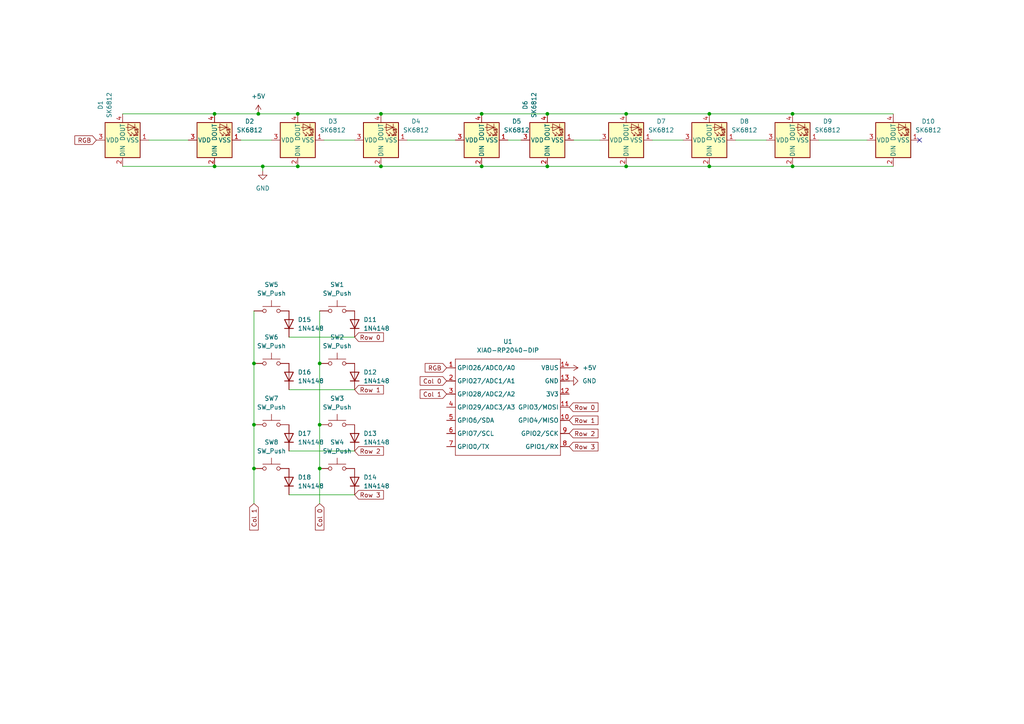
<source format=kicad_sch>
(kicad_sch
	(version 20250114)
	(generator "eeschema")
	(generator_version "9.0")
	(uuid "bfada4a3-8a6c-4002-997d-4adad4f22488")
	(paper "A4")
	(lib_symbols
		(symbol "Diode:1N4148"
			(pin_numbers
				(hide yes)
			)
			(pin_names
				(hide yes)
			)
			(exclude_from_sim no)
			(in_bom yes)
			(on_board yes)
			(property "Reference" "D"
				(at 0 2.54 0)
				(effects
					(font
						(size 1.27 1.27)
					)
				)
			)
			(property "Value" "1N4148"
				(at 0 -2.54 0)
				(effects
					(font
						(size 1.27 1.27)
					)
				)
			)
			(property "Footprint" "Diode_THT:D_DO-35_SOD27_P7.62mm_Horizontal"
				(at 0 0 0)
				(effects
					(font
						(size 1.27 1.27)
					)
					(hide yes)
				)
			)
			(property "Datasheet" "https://assets.nexperia.com/documents/data-sheet/1N4148_1N4448.pdf"
				(at 0 0 0)
				(effects
					(font
						(size 1.27 1.27)
					)
					(hide yes)
				)
			)
			(property "Description" "100V 0.15A standard switching diode, DO-35"
				(at 0 0 0)
				(effects
					(font
						(size 1.27 1.27)
					)
					(hide yes)
				)
			)
			(property "Sim.Device" "D"
				(at 0 0 0)
				(effects
					(font
						(size 1.27 1.27)
					)
					(hide yes)
				)
			)
			(property "Sim.Pins" "1=K 2=A"
				(at 0 0 0)
				(effects
					(font
						(size 1.27 1.27)
					)
					(hide yes)
				)
			)
			(property "ki_keywords" "diode"
				(at 0 0 0)
				(effects
					(font
						(size 1.27 1.27)
					)
					(hide yes)
				)
			)
			(property "ki_fp_filters" "D*DO?35*"
				(at 0 0 0)
				(effects
					(font
						(size 1.27 1.27)
					)
					(hide yes)
				)
			)
			(symbol "1N4148_0_1"
				(polyline
					(pts
						(xy -1.27 1.27) (xy -1.27 -1.27)
					)
					(stroke
						(width 0.254)
						(type default)
					)
					(fill
						(type none)
					)
				)
				(polyline
					(pts
						(xy 1.27 1.27) (xy 1.27 -1.27) (xy -1.27 0) (xy 1.27 1.27)
					)
					(stroke
						(width 0.254)
						(type default)
					)
					(fill
						(type none)
					)
				)
				(polyline
					(pts
						(xy 1.27 0) (xy -1.27 0)
					)
					(stroke
						(width 0)
						(type default)
					)
					(fill
						(type none)
					)
				)
			)
			(symbol "1N4148_1_1"
				(pin passive line
					(at -3.81 0 0)
					(length 2.54)
					(name "K"
						(effects
							(font
								(size 1.27 1.27)
							)
						)
					)
					(number "1"
						(effects
							(font
								(size 1.27 1.27)
							)
						)
					)
				)
				(pin passive line
					(at 3.81 0 180)
					(length 2.54)
					(name "A"
						(effects
							(font
								(size 1.27 1.27)
							)
						)
					)
					(number "2"
						(effects
							(font
								(size 1.27 1.27)
							)
						)
					)
				)
			)
			(embedded_fonts no)
		)
		(symbol "LED:SK6812"
			(pin_names
				(offset 0.254)
			)
			(exclude_from_sim no)
			(in_bom yes)
			(on_board yes)
			(property "Reference" "D"
				(at 5.08 5.715 0)
				(effects
					(font
						(size 1.27 1.27)
					)
					(justify right bottom)
				)
			)
			(property "Value" "SK6812"
				(at 1.27 -5.715 0)
				(effects
					(font
						(size 1.27 1.27)
					)
					(justify left top)
				)
			)
			(property "Footprint" "LED_SMD:LED_SK6812_PLCC4_5.0x5.0mm_P3.2mm"
				(at 1.27 -7.62 0)
				(effects
					(font
						(size 1.27 1.27)
					)
					(justify left top)
					(hide yes)
				)
			)
			(property "Datasheet" "https://cdn-shop.adafruit.com/product-files/1138/SK6812+LED+datasheet+.pdf"
				(at 2.54 -9.525 0)
				(effects
					(font
						(size 1.27 1.27)
					)
					(justify left top)
					(hide yes)
				)
			)
			(property "Description" "RGB LED with integrated controller"
				(at 0 0 0)
				(effects
					(font
						(size 1.27 1.27)
					)
					(hide yes)
				)
			)
			(property "ki_keywords" "RGB LED NeoPixel addressable"
				(at 0 0 0)
				(effects
					(font
						(size 1.27 1.27)
					)
					(hide yes)
				)
			)
			(property "ki_fp_filters" "LED*SK6812*PLCC*5.0x5.0mm*P3.2mm*"
				(at 0 0 0)
				(effects
					(font
						(size 1.27 1.27)
					)
					(hide yes)
				)
			)
			(symbol "SK6812_0_0"
				(text "RGB"
					(at 2.286 -4.191 0)
					(effects
						(font
							(size 0.762 0.762)
						)
					)
				)
			)
			(symbol "SK6812_0_1"
				(polyline
					(pts
						(xy 1.27 -2.54) (xy 1.778 -2.54)
					)
					(stroke
						(width 0)
						(type default)
					)
					(fill
						(type none)
					)
				)
				(polyline
					(pts
						(xy 1.27 -3.556) (xy 1.778 -3.556)
					)
					(stroke
						(width 0)
						(type default)
					)
					(fill
						(type none)
					)
				)
				(polyline
					(pts
						(xy 2.286 -1.524) (xy 1.27 -2.54) (xy 1.27 -2.032)
					)
					(stroke
						(width 0)
						(type default)
					)
					(fill
						(type none)
					)
				)
				(polyline
					(pts
						(xy 2.286 -2.54) (xy 1.27 -3.556) (xy 1.27 -3.048)
					)
					(stroke
						(width 0)
						(type default)
					)
					(fill
						(type none)
					)
				)
				(polyline
					(pts
						(xy 3.683 -1.016) (xy 3.683 -3.556) (xy 3.683 -4.064)
					)
					(stroke
						(width 0)
						(type default)
					)
					(fill
						(type none)
					)
				)
				(polyline
					(pts
						(xy 4.699 -1.524) (xy 2.667 -1.524) (xy 3.683 -3.556) (xy 4.699 -1.524)
					)
					(stroke
						(width 0)
						(type default)
					)
					(fill
						(type none)
					)
				)
				(polyline
					(pts
						(xy 4.699 -3.556) (xy 2.667 -3.556)
					)
					(stroke
						(width 0)
						(type default)
					)
					(fill
						(type none)
					)
				)
				(rectangle
					(start 5.08 5.08)
					(end -5.08 -5.08)
					(stroke
						(width 0.254)
						(type default)
					)
					(fill
						(type background)
					)
				)
			)
			(symbol "SK6812_1_1"
				(pin input line
					(at -7.62 0 0)
					(length 2.54)
					(name "DIN"
						(effects
							(font
								(size 1.27 1.27)
							)
						)
					)
					(number "2"
						(effects
							(font
								(size 1.27 1.27)
							)
						)
					)
				)
				(pin power_in line
					(at 0 7.62 270)
					(length 2.54)
					(name "VDD"
						(effects
							(font
								(size 1.27 1.27)
							)
						)
					)
					(number "3"
						(effects
							(font
								(size 1.27 1.27)
							)
						)
					)
				)
				(pin power_in line
					(at 0 -7.62 90)
					(length 2.54)
					(name "VSS"
						(effects
							(font
								(size 1.27 1.27)
							)
						)
					)
					(number "1"
						(effects
							(font
								(size 1.27 1.27)
							)
						)
					)
				)
				(pin output line
					(at 7.62 0 180)
					(length 2.54)
					(name "DOUT"
						(effects
							(font
								(size 1.27 1.27)
							)
						)
					)
					(number "4"
						(effects
							(font
								(size 1.27 1.27)
							)
						)
					)
				)
			)
			(embedded_fonts no)
		)
		(symbol "OPL:XIAO-RP2040-DIP"
			(exclude_from_sim no)
			(in_bom yes)
			(on_board yes)
			(property "Reference" "U"
				(at 0 0 0)
				(effects
					(font
						(size 1.27 1.27)
					)
				)
			)
			(property "Value" "XIAO-RP2040-DIP"
				(at 5.334 -1.778 0)
				(effects
					(font
						(size 1.27 1.27)
					)
				)
			)
			(property "Footprint" "Module:MOUDLE14P-XIAO-DIP-SMD"
				(at 14.478 -32.258 0)
				(effects
					(font
						(size 1.27 1.27)
					)
					(hide yes)
				)
			)
			(property "Datasheet" ""
				(at 0 0 0)
				(effects
					(font
						(size 1.27 1.27)
					)
					(hide yes)
				)
			)
			(property "Description" ""
				(at 0 0 0)
				(effects
					(font
						(size 1.27 1.27)
					)
					(hide yes)
				)
			)
			(symbol "XIAO-RP2040-DIP_1_0"
				(polyline
					(pts
						(xy -1.27 -2.54) (xy 29.21 -2.54)
					)
					(stroke
						(width 0.1524)
						(type solid)
					)
					(fill
						(type none)
					)
				)
				(polyline
					(pts
						(xy -1.27 -5.08) (xy -2.54 -5.08)
					)
					(stroke
						(width 0.1524)
						(type solid)
					)
					(fill
						(type none)
					)
				)
				(polyline
					(pts
						(xy -1.27 -5.08) (xy -1.27 -2.54)
					)
					(stroke
						(width 0.1524)
						(type solid)
					)
					(fill
						(type none)
					)
				)
				(polyline
					(pts
						(xy -1.27 -8.89) (xy -2.54 -8.89)
					)
					(stroke
						(width 0.1524)
						(type solid)
					)
					(fill
						(type none)
					)
				)
				(polyline
					(pts
						(xy -1.27 -8.89) (xy -1.27 -5.08)
					)
					(stroke
						(width 0.1524)
						(type solid)
					)
					(fill
						(type none)
					)
				)
				(polyline
					(pts
						(xy -1.27 -12.7) (xy -2.54 -12.7)
					)
					(stroke
						(width 0.1524)
						(type solid)
					)
					(fill
						(type none)
					)
				)
				(polyline
					(pts
						(xy -1.27 -12.7) (xy -1.27 -8.89)
					)
					(stroke
						(width 0.1524)
						(type solid)
					)
					(fill
						(type none)
					)
				)
				(polyline
					(pts
						(xy -1.27 -16.51) (xy -2.54 -16.51)
					)
					(stroke
						(width 0.1524)
						(type solid)
					)
					(fill
						(type none)
					)
				)
				(polyline
					(pts
						(xy -1.27 -16.51) (xy -1.27 -12.7)
					)
					(stroke
						(width 0.1524)
						(type solid)
					)
					(fill
						(type none)
					)
				)
				(polyline
					(pts
						(xy -1.27 -20.32) (xy -2.54 -20.32)
					)
					(stroke
						(width 0.1524)
						(type solid)
					)
					(fill
						(type none)
					)
				)
				(polyline
					(pts
						(xy -1.27 -24.13) (xy -2.54 -24.13)
					)
					(stroke
						(width 0.1524)
						(type solid)
					)
					(fill
						(type none)
					)
				)
				(polyline
					(pts
						(xy -1.27 -27.94) (xy -2.54 -27.94)
					)
					(stroke
						(width 0.1524)
						(type solid)
					)
					(fill
						(type none)
					)
				)
				(polyline
					(pts
						(xy -1.27 -30.48) (xy -1.27 -16.51)
					)
					(stroke
						(width 0.1524)
						(type solid)
					)
					(fill
						(type none)
					)
				)
				(polyline
					(pts
						(xy 29.21 -2.54) (xy 29.21 -5.08)
					)
					(stroke
						(width 0.1524)
						(type solid)
					)
					(fill
						(type none)
					)
				)
				(polyline
					(pts
						(xy 29.21 -5.08) (xy 29.21 -8.89)
					)
					(stroke
						(width 0.1524)
						(type solid)
					)
					(fill
						(type none)
					)
				)
				(polyline
					(pts
						(xy 29.21 -8.89) (xy 29.21 -12.7)
					)
					(stroke
						(width 0.1524)
						(type solid)
					)
					(fill
						(type none)
					)
				)
				(polyline
					(pts
						(xy 29.21 -12.7) (xy 29.21 -30.48)
					)
					(stroke
						(width 0.1524)
						(type solid)
					)
					(fill
						(type none)
					)
				)
				(polyline
					(pts
						(xy 29.21 -30.48) (xy -1.27 -30.48)
					)
					(stroke
						(width 0.1524)
						(type solid)
					)
					(fill
						(type none)
					)
				)
				(polyline
					(pts
						(xy 30.48 -5.08) (xy 29.21 -5.08)
					)
					(stroke
						(width 0.1524)
						(type solid)
					)
					(fill
						(type none)
					)
				)
				(polyline
					(pts
						(xy 30.48 -8.89) (xy 29.21 -8.89)
					)
					(stroke
						(width 0.1524)
						(type solid)
					)
					(fill
						(type none)
					)
				)
				(polyline
					(pts
						(xy 30.48 -12.7) (xy 29.21 -12.7)
					)
					(stroke
						(width 0.1524)
						(type solid)
					)
					(fill
						(type none)
					)
				)
				(polyline
					(pts
						(xy 30.48 -16.51) (xy 29.21 -16.51)
					)
					(stroke
						(width 0.1524)
						(type solid)
					)
					(fill
						(type none)
					)
				)
				(polyline
					(pts
						(xy 30.48 -20.32) (xy 29.21 -20.32)
					)
					(stroke
						(width 0.1524)
						(type solid)
					)
					(fill
						(type none)
					)
				)
				(polyline
					(pts
						(xy 30.48 -24.13) (xy 29.21 -24.13)
					)
					(stroke
						(width 0.1524)
						(type solid)
					)
					(fill
						(type none)
					)
				)
				(polyline
					(pts
						(xy 30.48 -27.94) (xy 29.21 -27.94)
					)
					(stroke
						(width 0.1524)
						(type solid)
					)
					(fill
						(type none)
					)
				)
				(pin passive line
					(at -3.81 -5.08 0)
					(length 2.54)
					(name "GPIO26/ADC0/A0"
						(effects
							(font
								(size 1.27 1.27)
							)
						)
					)
					(number "1"
						(effects
							(font
								(size 1.27 1.27)
							)
						)
					)
				)
				(pin passive line
					(at -3.81 -8.89 0)
					(length 2.54)
					(name "GPIO27/ADC1/A1"
						(effects
							(font
								(size 1.27 1.27)
							)
						)
					)
					(number "2"
						(effects
							(font
								(size 1.27 1.27)
							)
						)
					)
				)
				(pin passive line
					(at -3.81 -12.7 0)
					(length 2.54)
					(name "GPIO28/ADC2/A2"
						(effects
							(font
								(size 1.27 1.27)
							)
						)
					)
					(number "3"
						(effects
							(font
								(size 1.27 1.27)
							)
						)
					)
				)
				(pin passive line
					(at -3.81 -16.51 0)
					(length 2.54)
					(name "GPIO29/ADC3/A3"
						(effects
							(font
								(size 1.27 1.27)
							)
						)
					)
					(number "4"
						(effects
							(font
								(size 1.27 1.27)
							)
						)
					)
				)
				(pin passive line
					(at -3.81 -20.32 0)
					(length 2.54)
					(name "GPIO6/SDA"
						(effects
							(font
								(size 1.27 1.27)
							)
						)
					)
					(number "5"
						(effects
							(font
								(size 1.27 1.27)
							)
						)
					)
				)
				(pin passive line
					(at -3.81 -24.13 0)
					(length 2.54)
					(name "GPIO7/SCL"
						(effects
							(font
								(size 1.27 1.27)
							)
						)
					)
					(number "6"
						(effects
							(font
								(size 1.27 1.27)
							)
						)
					)
				)
				(pin passive line
					(at -3.81 -27.94 0)
					(length 2.54)
					(name "GPIO0/TX"
						(effects
							(font
								(size 1.27 1.27)
							)
						)
					)
					(number "7"
						(effects
							(font
								(size 1.27 1.27)
							)
						)
					)
				)
				(pin passive line
					(at 31.75 -5.08 180)
					(length 2.54)
					(name "VBUS"
						(effects
							(font
								(size 1.27 1.27)
							)
						)
					)
					(number "14"
						(effects
							(font
								(size 1.27 1.27)
							)
						)
					)
				)
				(pin passive line
					(at 31.75 -8.89 180)
					(length 2.54)
					(name "GND"
						(effects
							(font
								(size 1.27 1.27)
							)
						)
					)
					(number "13"
						(effects
							(font
								(size 1.27 1.27)
							)
						)
					)
				)
				(pin passive line
					(at 31.75 -12.7 180)
					(length 2.54)
					(name "3V3"
						(effects
							(font
								(size 1.27 1.27)
							)
						)
					)
					(number "12"
						(effects
							(font
								(size 1.27 1.27)
							)
						)
					)
				)
				(pin passive line
					(at 31.75 -16.51 180)
					(length 2.54)
					(name "GPIO3/MOSI"
						(effects
							(font
								(size 1.27 1.27)
							)
						)
					)
					(number "11"
						(effects
							(font
								(size 1.27 1.27)
							)
						)
					)
				)
				(pin passive line
					(at 31.75 -20.32 180)
					(length 2.54)
					(name "GPIO4/MISO"
						(effects
							(font
								(size 1.27 1.27)
							)
						)
					)
					(number "10"
						(effects
							(font
								(size 1.27 1.27)
							)
						)
					)
				)
				(pin passive line
					(at 31.75 -24.13 180)
					(length 2.54)
					(name "GPIO2/SCK"
						(effects
							(font
								(size 1.27 1.27)
							)
						)
					)
					(number "9"
						(effects
							(font
								(size 1.27 1.27)
							)
						)
					)
				)
				(pin passive line
					(at 31.75 -27.94 180)
					(length 2.54)
					(name "GPIO1/RX"
						(effects
							(font
								(size 1.27 1.27)
							)
						)
					)
					(number "8"
						(effects
							(font
								(size 1.27 1.27)
							)
						)
					)
				)
			)
			(embedded_fonts no)
		)
		(symbol "Switch:SW_Push"
			(pin_numbers
				(hide yes)
			)
			(pin_names
				(offset 1.016)
				(hide yes)
			)
			(exclude_from_sim no)
			(in_bom yes)
			(on_board yes)
			(property "Reference" "SW"
				(at 1.27 2.54 0)
				(effects
					(font
						(size 1.27 1.27)
					)
					(justify left)
				)
			)
			(property "Value" "SW_Push"
				(at 0 -1.524 0)
				(effects
					(font
						(size 1.27 1.27)
					)
				)
			)
			(property "Footprint" ""
				(at 0 5.08 0)
				(effects
					(font
						(size 1.27 1.27)
					)
					(hide yes)
				)
			)
			(property "Datasheet" "~"
				(at 0 5.08 0)
				(effects
					(font
						(size 1.27 1.27)
					)
					(hide yes)
				)
			)
			(property "Description" "Push button switch, generic, two pins"
				(at 0 0 0)
				(effects
					(font
						(size 1.27 1.27)
					)
					(hide yes)
				)
			)
			(property "ki_keywords" "switch normally-open pushbutton push-button"
				(at 0 0 0)
				(effects
					(font
						(size 1.27 1.27)
					)
					(hide yes)
				)
			)
			(symbol "SW_Push_0_1"
				(circle
					(center -2.032 0)
					(radius 0.508)
					(stroke
						(width 0)
						(type default)
					)
					(fill
						(type none)
					)
				)
				(polyline
					(pts
						(xy 0 1.27) (xy 0 3.048)
					)
					(stroke
						(width 0)
						(type default)
					)
					(fill
						(type none)
					)
				)
				(circle
					(center 2.032 0)
					(radius 0.508)
					(stroke
						(width 0)
						(type default)
					)
					(fill
						(type none)
					)
				)
				(polyline
					(pts
						(xy 2.54 1.27) (xy -2.54 1.27)
					)
					(stroke
						(width 0)
						(type default)
					)
					(fill
						(type none)
					)
				)
				(pin passive line
					(at -5.08 0 0)
					(length 2.54)
					(name "1"
						(effects
							(font
								(size 1.27 1.27)
							)
						)
					)
					(number "1"
						(effects
							(font
								(size 1.27 1.27)
							)
						)
					)
				)
				(pin passive line
					(at 5.08 0 180)
					(length 2.54)
					(name "2"
						(effects
							(font
								(size 1.27 1.27)
							)
						)
					)
					(number "2"
						(effects
							(font
								(size 1.27 1.27)
							)
						)
					)
				)
			)
			(embedded_fonts no)
		)
		(symbol "power:+5V"
			(power)
			(pin_numbers
				(hide yes)
			)
			(pin_names
				(offset 0)
				(hide yes)
			)
			(exclude_from_sim no)
			(in_bom yes)
			(on_board yes)
			(property "Reference" "#PWR"
				(at 0 -3.81 0)
				(effects
					(font
						(size 1.27 1.27)
					)
					(hide yes)
				)
			)
			(property "Value" "+5V"
				(at 0 3.556 0)
				(effects
					(font
						(size 1.27 1.27)
					)
				)
			)
			(property "Footprint" ""
				(at 0 0 0)
				(effects
					(font
						(size 1.27 1.27)
					)
					(hide yes)
				)
			)
			(property "Datasheet" ""
				(at 0 0 0)
				(effects
					(font
						(size 1.27 1.27)
					)
					(hide yes)
				)
			)
			(property "Description" "Power symbol creates a global label with name \"+5V\""
				(at 0 0 0)
				(effects
					(font
						(size 1.27 1.27)
					)
					(hide yes)
				)
			)
			(property "ki_keywords" "global power"
				(at 0 0 0)
				(effects
					(font
						(size 1.27 1.27)
					)
					(hide yes)
				)
			)
			(symbol "+5V_0_1"
				(polyline
					(pts
						(xy -0.762 1.27) (xy 0 2.54)
					)
					(stroke
						(width 0)
						(type default)
					)
					(fill
						(type none)
					)
				)
				(polyline
					(pts
						(xy 0 2.54) (xy 0.762 1.27)
					)
					(stroke
						(width 0)
						(type default)
					)
					(fill
						(type none)
					)
				)
				(polyline
					(pts
						(xy 0 0) (xy 0 2.54)
					)
					(stroke
						(width 0)
						(type default)
					)
					(fill
						(type none)
					)
				)
			)
			(symbol "+5V_1_1"
				(pin power_in line
					(at 0 0 90)
					(length 0)
					(name "~"
						(effects
							(font
								(size 1.27 1.27)
							)
						)
					)
					(number "1"
						(effects
							(font
								(size 1.27 1.27)
							)
						)
					)
				)
			)
			(embedded_fonts no)
		)
		(symbol "power:GND"
			(power)
			(pin_numbers
				(hide yes)
			)
			(pin_names
				(offset 0)
				(hide yes)
			)
			(exclude_from_sim no)
			(in_bom yes)
			(on_board yes)
			(property "Reference" "#PWR"
				(at 0 -6.35 0)
				(effects
					(font
						(size 1.27 1.27)
					)
					(hide yes)
				)
			)
			(property "Value" "GND"
				(at 0 -3.81 0)
				(effects
					(font
						(size 1.27 1.27)
					)
				)
			)
			(property "Footprint" ""
				(at 0 0 0)
				(effects
					(font
						(size 1.27 1.27)
					)
					(hide yes)
				)
			)
			(property "Datasheet" ""
				(at 0 0 0)
				(effects
					(font
						(size 1.27 1.27)
					)
					(hide yes)
				)
			)
			(property "Description" "Power symbol creates a global label with name \"GND\" , ground"
				(at 0 0 0)
				(effects
					(font
						(size 1.27 1.27)
					)
					(hide yes)
				)
			)
			(property "ki_keywords" "global power"
				(at 0 0 0)
				(effects
					(font
						(size 1.27 1.27)
					)
					(hide yes)
				)
			)
			(symbol "GND_0_1"
				(polyline
					(pts
						(xy 0 0) (xy 0 -1.27) (xy 1.27 -1.27) (xy 0 -2.54) (xy -1.27 -1.27) (xy 0 -1.27)
					)
					(stroke
						(width 0)
						(type default)
					)
					(fill
						(type none)
					)
				)
			)
			(symbol "GND_1_1"
				(pin power_in line
					(at 0 0 270)
					(length 0)
					(name "~"
						(effects
							(font
								(size 1.27 1.27)
							)
						)
					)
					(number "1"
						(effects
							(font
								(size 1.27 1.27)
							)
						)
					)
				)
			)
			(embedded_fonts no)
		)
	)
	(junction
		(at 110.49 48.26)
		(diameter 0)
		(color 0 0 0 0)
		(uuid "053c9517-5cae-41e9-8710-c913d5576f1b")
	)
	(junction
		(at 205.74 48.26)
		(diameter 0)
		(color 0 0 0 0)
		(uuid "09c99b98-80e6-4544-a6e2-18756d9b0182")
	)
	(junction
		(at 92.71 135.89)
		(diameter 0)
		(color 0 0 0 0)
		(uuid "0ac1be73-186c-4dd2-a91b-b02e0ad2bb58")
	)
	(junction
		(at 74.93 33.02)
		(diameter 0)
		(color 0 0 0 0)
		(uuid "0d720485-5ca5-4b48-807a-09d26924cb45")
	)
	(junction
		(at 86.36 48.26)
		(diameter 0)
		(color 0 0 0 0)
		(uuid "0fb7350d-36fa-4bb1-80a1-2ca5ecd0a0b9")
	)
	(junction
		(at 92.71 123.19)
		(diameter 0)
		(color 0 0 0 0)
		(uuid "138b1d77-648c-4541-af61-439ed600761b")
	)
	(junction
		(at 86.36 33.02)
		(diameter 0)
		(color 0 0 0 0)
		(uuid "1b6ee9e5-1267-4419-924e-e3149cef90ba")
	)
	(junction
		(at 73.66 105.41)
		(diameter 0)
		(color 0 0 0 0)
		(uuid "1eed5353-c8e4-4a12-992b-2351a3074a0e")
	)
	(junction
		(at 62.23 48.26)
		(diameter 0)
		(color 0 0 0 0)
		(uuid "38965a1f-b020-4b0f-b8ea-41585c97b92b")
	)
	(junction
		(at 139.7 48.26)
		(diameter 0)
		(color 0 0 0 0)
		(uuid "3dd187cd-00c9-45e8-bc07-bd874594eb8f")
	)
	(junction
		(at 73.66 123.19)
		(diameter 0)
		(color 0 0 0 0)
		(uuid "5c6a5cc7-4a06-40f4-8b14-5c5f79f4c43a")
	)
	(junction
		(at 110.49 33.02)
		(diameter 0)
		(color 0 0 0 0)
		(uuid "5fcf49be-8c92-4835-bef5-d9cc3c4637b8")
	)
	(junction
		(at 139.7 33.02)
		(diameter 0)
		(color 0 0 0 0)
		(uuid "8d1f6441-0def-4d92-9f21-29830dd1d1f7")
	)
	(junction
		(at 229.87 48.26)
		(diameter 0)
		(color 0 0 0 0)
		(uuid "972a255d-35e1-4b7c-9b11-88d297c87c07")
	)
	(junction
		(at 181.61 33.02)
		(diameter 0)
		(color 0 0 0 0)
		(uuid "a0f55bd2-be36-4eeb-8ef2-e5d72003c785")
	)
	(junction
		(at 158.75 48.26)
		(diameter 0)
		(color 0 0 0 0)
		(uuid "a3421528-8859-4fa7-b928-ecde99c41363")
	)
	(junction
		(at 73.66 135.89)
		(diameter 0)
		(color 0 0 0 0)
		(uuid "a6272f0b-3fb1-4035-93f8-2d256bf735b9")
	)
	(junction
		(at 62.23 33.02)
		(diameter 0)
		(color 0 0 0 0)
		(uuid "a635c640-14ea-4f22-b6ba-b136333ae047")
	)
	(junction
		(at 229.87 33.02)
		(diameter 0)
		(color 0 0 0 0)
		(uuid "a73c1266-d7f1-4f14-b3fe-9317e9b1baa5")
	)
	(junction
		(at 92.71 105.41)
		(diameter 0)
		(color 0 0 0 0)
		(uuid "a8577ed8-3b47-47d5-a198-082cadadb2e3")
	)
	(junction
		(at 205.74 33.02)
		(diameter 0)
		(color 0 0 0 0)
		(uuid "ce8d57e5-99f9-4509-9e16-00caf06e255f")
	)
	(junction
		(at 76.2 48.26)
		(diameter 0)
		(color 0 0 0 0)
		(uuid "d4225228-7fe8-4494-9c0a-fea466c843eb")
	)
	(junction
		(at 158.75 33.02)
		(diameter 0)
		(color 0 0 0 0)
		(uuid "d5f9f77c-a4e6-4936-867a-9d6eab7df6b4")
	)
	(junction
		(at 181.61 48.26)
		(diameter 0)
		(color 0 0 0 0)
		(uuid "e3aef5c8-aec3-4bbc-8be0-31cdbd0f563b")
	)
	(no_connect
		(at 266.7 40.64)
		(uuid "5e8d4aa3-ba0d-4d6d-b986-31fbcfbebaa9")
	)
	(wire
		(pts
			(xy 229.87 48.26) (xy 259.08 48.26)
		)
		(stroke
			(width 0)
			(type default)
		)
		(uuid "02820be9-1522-409f-8c5a-e9c7a444bcd3")
	)
	(wire
		(pts
			(xy 69.85 40.64) (xy 78.74 40.64)
		)
		(stroke
			(width 0)
			(type default)
		)
		(uuid "02a6b2de-2378-43c5-a91e-c3c63ee04ffb")
	)
	(wire
		(pts
			(xy 93.98 40.64) (xy 102.87 40.64)
		)
		(stroke
			(width 0)
			(type default)
		)
		(uuid "0869d21d-551b-4f31-a94f-3a59d5fedc17")
	)
	(wire
		(pts
			(xy 62.23 48.26) (xy 76.2 48.26)
		)
		(stroke
			(width 0)
			(type default)
		)
		(uuid "0b0c139d-2cf6-4910-9682-578ff8a2a050")
	)
	(wire
		(pts
			(xy 213.36 40.64) (xy 222.25 40.64)
		)
		(stroke
			(width 0)
			(type default)
		)
		(uuid "14a3cd32-68ea-438d-8fbc-f938e9f23b48")
	)
	(wire
		(pts
			(xy 166.37 40.64) (xy 173.99 40.64)
		)
		(stroke
			(width 0)
			(type default)
		)
		(uuid "14e1dd11-ed10-424f-a3e1-e43bb01a5fd2")
	)
	(wire
		(pts
			(xy 181.61 48.26) (xy 205.74 48.26)
		)
		(stroke
			(width 0)
			(type default)
		)
		(uuid "1df63df1-dad4-4857-bc27-ce5b0bec154e")
	)
	(wire
		(pts
			(xy 151.13 40.64) (xy 147.32 40.64)
		)
		(stroke
			(width 0)
			(type default)
		)
		(uuid "21102f30-decf-46ba-96b8-2ecaafe5b570")
	)
	(wire
		(pts
			(xy 73.66 90.17) (xy 73.66 105.41)
		)
		(stroke
			(width 0)
			(type default)
		)
		(uuid "2357703d-3452-4b9e-8fd2-79d5ed19b6fb")
	)
	(wire
		(pts
			(xy 43.18 40.64) (xy 54.61 40.64)
		)
		(stroke
			(width 0)
			(type default)
		)
		(uuid "3b837b92-d7ba-4849-b644-081486d7af4e")
	)
	(wire
		(pts
			(xy 205.74 33.02) (xy 229.87 33.02)
		)
		(stroke
			(width 0)
			(type default)
		)
		(uuid "3e40d475-c041-44c5-a75c-90345f18f920")
	)
	(wire
		(pts
			(xy 110.49 48.26) (xy 139.7 48.26)
		)
		(stroke
			(width 0)
			(type default)
		)
		(uuid "4448308b-c59e-4b0d-9767-586f7405785a")
	)
	(wire
		(pts
			(xy 92.71 123.19) (xy 92.71 135.89)
		)
		(stroke
			(width 0)
			(type default)
		)
		(uuid "47ea7e39-9eb7-488b-9d9b-62a03eb7e113")
	)
	(wire
		(pts
			(xy 74.93 33.02) (xy 86.36 33.02)
		)
		(stroke
			(width 0)
			(type default)
		)
		(uuid "4f277d57-a203-4f65-89d9-d2d139c2076c")
	)
	(wire
		(pts
			(xy 118.11 40.64) (xy 132.08 40.64)
		)
		(stroke
			(width 0)
			(type default)
		)
		(uuid "50b554ea-dcc0-41bf-bd24-10ac4697ece5")
	)
	(wire
		(pts
			(xy 92.71 135.89) (xy 92.71 146.05)
		)
		(stroke
			(width 0)
			(type default)
		)
		(uuid "5dd3620f-5546-4d0c-94f8-46e75bedb360")
	)
	(wire
		(pts
			(xy 35.56 48.26) (xy 62.23 48.26)
		)
		(stroke
			(width 0)
			(type default)
		)
		(uuid "5ecaddb8-82f4-499a-8421-4b579490a68b")
	)
	(wire
		(pts
			(xy 205.74 48.26) (xy 229.87 48.26)
		)
		(stroke
			(width 0)
			(type default)
		)
		(uuid "60f3d713-a8e2-4424-8a20-05a8dc8d2c56")
	)
	(wire
		(pts
			(xy 189.23 40.64) (xy 198.12 40.64)
		)
		(stroke
			(width 0)
			(type default)
		)
		(uuid "63d3f1c3-0054-409d-af91-6bb813bc8204")
	)
	(wire
		(pts
			(xy 83.82 130.81) (xy 102.87 130.81)
		)
		(stroke
			(width 0)
			(type default)
		)
		(uuid "66a3fd8d-ded2-46d3-892a-7b38b55db346")
	)
	(wire
		(pts
			(xy 35.56 33.02) (xy 62.23 33.02)
		)
		(stroke
			(width 0)
			(type default)
		)
		(uuid "702e9c98-3417-46e5-a946-a8cc3b0bce98")
	)
	(wire
		(pts
			(xy 83.82 143.51) (xy 102.87 143.51)
		)
		(stroke
			(width 0)
			(type default)
		)
		(uuid "7313b710-e7ae-44f9-947b-0ea32010384f")
	)
	(wire
		(pts
			(xy 92.71 105.41) (xy 92.71 123.19)
		)
		(stroke
			(width 0)
			(type default)
		)
		(uuid "75894147-740c-4825-97e2-5aa2284d259e")
	)
	(wire
		(pts
			(xy 158.75 48.26) (xy 181.61 48.26)
		)
		(stroke
			(width 0)
			(type default)
		)
		(uuid "77e74861-596f-4734-b26f-e9d489d735a9")
	)
	(wire
		(pts
			(xy 92.71 90.17) (xy 92.71 105.41)
		)
		(stroke
			(width 0)
			(type default)
		)
		(uuid "7fbe8fd9-8b22-443a-a4d1-378760d8c8d8")
	)
	(wire
		(pts
			(xy 110.49 33.02) (xy 139.7 33.02)
		)
		(stroke
			(width 0)
			(type default)
		)
		(uuid "91a08e05-199f-480f-bc7c-2e32bdaf149a")
	)
	(wire
		(pts
			(xy 139.7 33.02) (xy 158.75 33.02)
		)
		(stroke
			(width 0)
			(type default)
		)
		(uuid "a1d0c24d-c11e-4d61-9c30-ed375401edb5")
	)
	(wire
		(pts
			(xy 74.93 33.02) (xy 62.23 33.02)
		)
		(stroke
			(width 0)
			(type default)
		)
		(uuid "b0b65c20-c503-41ad-8020-6574fd7c5e0e")
	)
	(wire
		(pts
			(xy 229.87 33.02) (xy 259.08 33.02)
		)
		(stroke
			(width 0)
			(type default)
		)
		(uuid "b26e3e1a-a963-4107-b95e-5100322253aa")
	)
	(wire
		(pts
			(xy 237.49 40.64) (xy 251.46 40.64)
		)
		(stroke
			(width 0)
			(type default)
		)
		(uuid "b8cf5913-ed84-4bff-af57-9ad5efa32f54")
	)
	(wire
		(pts
			(xy 86.36 48.26) (xy 110.49 48.26)
		)
		(stroke
			(width 0)
			(type default)
		)
		(uuid "c275a35d-5bc5-4085-8b70-095ff03208a3")
	)
	(wire
		(pts
			(xy 86.36 33.02) (xy 110.49 33.02)
		)
		(stroke
			(width 0)
			(type default)
		)
		(uuid "ca2f42e1-97fa-4021-b33c-96011cfba2c9")
	)
	(wire
		(pts
			(xy 76.2 48.26) (xy 86.36 48.26)
		)
		(stroke
			(width 0)
			(type default)
		)
		(uuid "cba26969-64ac-4468-ba1c-a7c486fbf8a5")
	)
	(wire
		(pts
			(xy 73.66 105.41) (xy 73.66 123.19)
		)
		(stroke
			(width 0)
			(type default)
		)
		(uuid "d3c6c1f4-253b-4407-aca8-c7d4a9b58240")
	)
	(wire
		(pts
			(xy 181.61 33.02) (xy 205.74 33.02)
		)
		(stroke
			(width 0)
			(type default)
		)
		(uuid "d5a7b4ee-41e6-4f4e-a36d-19cbab20909d")
	)
	(wire
		(pts
			(xy 83.82 97.79) (xy 102.87 97.79)
		)
		(stroke
			(width 0)
			(type default)
		)
		(uuid "d8676619-3af7-40b9-acd2-d2a2504b3d9d")
	)
	(wire
		(pts
			(xy 73.66 135.89) (xy 73.66 146.05)
		)
		(stroke
			(width 0)
			(type default)
		)
		(uuid "dd2a1d9a-7035-4cde-aff9-0c31cc5d5599")
	)
	(wire
		(pts
			(xy 76.2 49.53) (xy 76.2 48.26)
		)
		(stroke
			(width 0)
			(type default)
		)
		(uuid "deebaa12-cd84-489a-aab2-f9bc92c7642d")
	)
	(wire
		(pts
			(xy 73.66 123.19) (xy 73.66 135.89)
		)
		(stroke
			(width 0)
			(type default)
		)
		(uuid "ee990971-5ebe-4dad-b5ff-d6a844c1e70f")
	)
	(wire
		(pts
			(xy 158.75 33.02) (xy 181.61 33.02)
		)
		(stroke
			(width 0)
			(type default)
		)
		(uuid "f0d4cb1d-b696-4d68-a99c-d7ec6ed4c901")
	)
	(wire
		(pts
			(xy 83.82 113.03) (xy 102.87 113.03)
		)
		(stroke
			(width 0)
			(type default)
		)
		(uuid "f24d9e07-debd-4ec8-abe3-54e658eb6317")
	)
	(wire
		(pts
			(xy 139.7 48.26) (xy 158.75 48.26)
		)
		(stroke
			(width 0)
			(type default)
		)
		(uuid "f25ef3dd-10eb-495f-99f5-82d5e0eee647")
	)
	(global_label "Col 0"
		(shape input)
		(at 129.54 110.49 180)
		(fields_autoplaced yes)
		(effects
			(font
				(size 1.27 1.27)
			)
			(justify right)
		)
		(uuid "08ebaa14-795c-4b28-9a08-dc3953ddb1c3")
		(property "Intersheetrefs" "${INTERSHEET_REFS}"
			(at 121.2935 110.49 0)
			(effects
				(font
					(size 1.27 1.27)
				)
				(justify right)
				(hide yes)
			)
		)
	)
	(global_label "Row 0"
		(shape input)
		(at 165.1 118.11 0)
		(fields_autoplaced yes)
		(effects
			(font
				(size 1.27 1.27)
			)
			(justify left)
		)
		(uuid "3161c28c-b3ba-4580-b261-9f701dadb373")
		(property "Intersheetrefs" "${INTERSHEET_REFS}"
			(at 174.0118 118.11 0)
			(effects
				(font
					(size 1.27 1.27)
				)
				(justify left)
				(hide yes)
			)
		)
	)
	(global_label "Col 1"
		(shape input)
		(at 129.54 114.3 180)
		(fields_autoplaced yes)
		(effects
			(font
				(size 1.27 1.27)
			)
			(justify right)
		)
		(uuid "33cbda47-e921-4948-9d64-24a1abb939d5")
		(property "Intersheetrefs" "${INTERSHEET_REFS}"
			(at 121.2935 114.3 0)
			(effects
				(font
					(size 1.27 1.27)
				)
				(justify right)
				(hide yes)
			)
		)
	)
	(global_label "Row 1"
		(shape input)
		(at 102.87 113.03 0)
		(fields_autoplaced yes)
		(effects
			(font
				(size 1.27 1.27)
			)
			(justify left)
		)
		(uuid "503a659c-dd1e-4f38-8c0a-509b526b22da")
		(property "Intersheetrefs" "${INTERSHEET_REFS}"
			(at 111.7818 113.03 0)
			(effects
				(font
					(size 1.27 1.27)
				)
				(justify left)
				(hide yes)
			)
		)
	)
	(global_label "RGB"
		(shape input)
		(at 129.54 106.68 180)
		(fields_autoplaced yes)
		(effects
			(font
				(size 1.27 1.27)
			)
			(justify right)
		)
		(uuid "58d90168-dd33-4a02-bcbb-52981b75fbe5")
		(property "Intersheetrefs" "${INTERSHEET_REFS}"
			(at 122.7448 106.68 0)
			(effects
				(font
					(size 1.27 1.27)
				)
				(justify right)
				(hide yes)
			)
		)
	)
	(global_label "Row 3"
		(shape input)
		(at 102.87 143.51 0)
		(fields_autoplaced yes)
		(effects
			(font
				(size 1.27 1.27)
			)
			(justify left)
		)
		(uuid "59eea190-a80a-40e1-81ec-46b9e783a55e")
		(property "Intersheetrefs" "${INTERSHEET_REFS}"
			(at 111.7818 143.51 0)
			(effects
				(font
					(size 1.27 1.27)
				)
				(justify left)
				(hide yes)
			)
		)
	)
	(global_label "Row 1"
		(shape input)
		(at 165.1 121.92 0)
		(fields_autoplaced yes)
		(effects
			(font
				(size 1.27 1.27)
			)
			(justify left)
		)
		(uuid "63bfd8aa-8ef5-4248-bd05-7950efe86e94")
		(property "Intersheetrefs" "${INTERSHEET_REFS}"
			(at 174.0118 121.92 0)
			(effects
				(font
					(size 1.27 1.27)
				)
				(justify left)
				(hide yes)
			)
		)
	)
	(global_label "Col 0"
		(shape input)
		(at 92.71 146.05 270)
		(fields_autoplaced yes)
		(effects
			(font
				(size 1.27 1.27)
			)
			(justify right)
		)
		(uuid "8f722007-37c4-4448-a205-c2253c926ae2")
		(property "Intersheetrefs" "${INTERSHEET_REFS}"
			(at 92.71 154.2965 90)
			(effects
				(font
					(size 1.27 1.27)
				)
				(justify right)
				(hide yes)
			)
		)
	)
	(global_label "Row 2"
		(shape input)
		(at 165.1 125.73 0)
		(fields_autoplaced yes)
		(effects
			(font
				(size 1.27 1.27)
			)
			(justify left)
		)
		(uuid "a730dc37-75ef-4f8e-93fd-c17fd7e54dc8")
		(property "Intersheetrefs" "${INTERSHEET_REFS}"
			(at 174.0118 125.73 0)
			(effects
				(font
					(size 1.27 1.27)
				)
				(justify left)
				(hide yes)
			)
		)
	)
	(global_label "Row 2"
		(shape input)
		(at 102.87 130.81 0)
		(fields_autoplaced yes)
		(effects
			(font
				(size 1.27 1.27)
			)
			(justify left)
		)
		(uuid "ad7aeb01-236f-4ff9-977d-cddb20db2452")
		(property "Intersheetrefs" "${INTERSHEET_REFS}"
			(at 111.7818 130.81 0)
			(effects
				(font
					(size 1.27 1.27)
				)
				(justify left)
				(hide yes)
			)
		)
	)
	(global_label "RGB"
		(shape input)
		(at 27.94 40.64 180)
		(fields_autoplaced yes)
		(effects
			(font
				(size 1.27 1.27)
			)
			(justify right)
		)
		(uuid "b8b20a49-0e17-4af6-8b4f-2ac6e76792bf")
		(property "Intersheetrefs" "${INTERSHEET_REFS}"
			(at 21.1448 40.64 0)
			(effects
				(font
					(size 1.27 1.27)
				)
				(justify right)
				(hide yes)
			)
		)
	)
	(global_label "Col 1"
		(shape input)
		(at 73.66 146.05 270)
		(fields_autoplaced yes)
		(effects
			(font
				(size 1.27 1.27)
			)
			(justify right)
		)
		(uuid "be698d0b-463e-4d56-8dc4-ad856c6d8535")
		(property "Intersheetrefs" "${INTERSHEET_REFS}"
			(at 73.66 154.2965 90)
			(effects
				(font
					(size 1.27 1.27)
				)
				(justify right)
				(hide yes)
			)
		)
	)
	(global_label "Row 0"
		(shape input)
		(at 102.87 97.79 0)
		(fields_autoplaced yes)
		(effects
			(font
				(size 1.27 1.27)
			)
			(justify left)
		)
		(uuid "f47d52c9-8562-4d06-abaa-81371b303e14")
		(property "Intersheetrefs" "${INTERSHEET_REFS}"
			(at 111.7818 97.79 0)
			(effects
				(font
					(size 1.27 1.27)
				)
				(justify left)
				(hide yes)
			)
		)
	)
	(global_label "Row 3"
		(shape input)
		(at 165.1 129.54 0)
		(fields_autoplaced yes)
		(effects
			(font
				(size 1.27 1.27)
			)
			(justify left)
		)
		(uuid "fa2ced7f-c4ab-4194-b5ac-5067cc00d59b")
		(property "Intersheetrefs" "${INTERSHEET_REFS}"
			(at 174.0118 129.54 0)
			(effects
				(font
					(size 1.27 1.27)
				)
				(justify left)
				(hide yes)
			)
		)
	)
	(symbol
		(lib_id "Switch:SW_Push")
		(at 97.79 105.41 0)
		(unit 1)
		(exclude_from_sim no)
		(in_bom yes)
		(on_board yes)
		(dnp no)
		(fields_autoplaced yes)
		(uuid "11949d92-347d-4e37-8173-07c1ecb84c7a")
		(property "Reference" "SW2"
			(at 97.79 97.79 0)
			(effects
				(font
					(size 1.27 1.27)
				)
			)
		)
		(property "Value" "SW_Push"
			(at 97.79 100.33 0)
			(effects
				(font
					(size 1.27 1.27)
				)
			)
		)
		(property "Footprint" "Button_Switch_Keyboard:SW_Cherry_MX_1.00u_PCB"
			(at 97.79 100.33 0)
			(effects
				(font
					(size 1.27 1.27)
				)
				(hide yes)
			)
		)
		(property "Datasheet" "~"
			(at 97.79 100.33 0)
			(effects
				(font
					(size 1.27 1.27)
				)
				(hide yes)
			)
		)
		(property "Description" "Push button switch, generic, two pins"
			(at 97.79 105.41 0)
			(effects
				(font
					(size 1.27 1.27)
				)
				(hide yes)
			)
		)
		(pin "1"
			(uuid "a6f8b51e-c70d-4b72-ad0a-9596d28954ac")
		)
		(pin "2"
			(uuid "ef4dc681-6b48-4114-8442-83320c9ad6b8")
		)
		(instances
			(project ""
				(path "/bfada4a3-8a6c-4002-997d-4adad4f22488"
					(reference "SW2")
					(unit 1)
				)
			)
		)
	)
	(symbol
		(lib_id "LED:SK6812")
		(at 158.75 40.64 90)
		(unit 1)
		(exclude_from_sim no)
		(in_bom yes)
		(on_board yes)
		(dnp no)
		(uuid "1c4b5e32-5dd2-44f2-abd2-f9c266568a30")
		(property "Reference" "D6"
			(at 152.3298 30.48 0)
			(effects
				(font
					(size 1.27 1.27)
				)
			)
		)
		(property "Value" "SK6812"
			(at 154.8698 30.48 0)
			(effects
				(font
					(size 1.27 1.27)
				)
			)
		)
		(property "Footprint" "LED_SMD:LED_SK6812MINI_PLCC4_3.5x3.5mm_P1.75mm"
			(at 166.37 39.37 0)
			(effects
				(font
					(size 1.27 1.27)
				)
				(justify left top)
				(hide yes)
			)
		)
		(property "Datasheet" "https://cdn-shop.adafruit.com/product-files/1138/SK6812+LED+datasheet+.pdf"
			(at 168.275 38.1 0)
			(effects
				(font
					(size 1.27 1.27)
				)
				(justify left top)
				(hide yes)
			)
		)
		(property "Description" "RGB LED with integrated controller"
			(at 158.75 40.64 0)
			(effects
				(font
					(size 1.27 1.27)
				)
				(hide yes)
			)
		)
		(pin "3"
			(uuid "5ef02eb2-3af6-4847-a928-5257492e600b")
		)
		(pin "4"
			(uuid "f918f57e-c85d-43f5-bf64-2773934305ec")
		)
		(pin "2"
			(uuid "314b33b3-267f-405d-a71e-b5fe1cc1e19f")
		)
		(pin "1"
			(uuid "724d5096-78e1-4b63-83f0-7eacf0b7fcca")
		)
		(instances
			(project "SF"
				(path "/bfada4a3-8a6c-4002-997d-4adad4f22488"
					(reference "D6")
					(unit 1)
				)
			)
		)
	)
	(symbol
		(lib_id "Switch:SW_Push")
		(at 97.79 135.89 0)
		(unit 1)
		(exclude_from_sim no)
		(in_bom yes)
		(on_board yes)
		(dnp no)
		(fields_autoplaced yes)
		(uuid "1d47a70d-fd4b-4379-b7c8-9f9461e01259")
		(property "Reference" "SW4"
			(at 97.79 128.27 0)
			(effects
				(font
					(size 1.27 1.27)
				)
			)
		)
		(property "Value" "SW_Push"
			(at 97.79 130.81 0)
			(effects
				(font
					(size 1.27 1.27)
				)
			)
		)
		(property "Footprint" "Button_Switch_Keyboard:SW_Cherry_MX_1.00u_PCB"
			(at 97.79 130.81 0)
			(effects
				(font
					(size 1.27 1.27)
				)
				(hide yes)
			)
		)
		(property "Datasheet" "~"
			(at 97.79 130.81 0)
			(effects
				(font
					(size 1.27 1.27)
				)
				(hide yes)
			)
		)
		(property "Description" "Push button switch, generic, two pins"
			(at 97.79 135.89 0)
			(effects
				(font
					(size 1.27 1.27)
				)
				(hide yes)
			)
		)
		(pin "2"
			(uuid "57338e40-df6f-4977-8cde-e0cd9dc02212")
		)
		(pin "1"
			(uuid "a654841f-98ed-4a35-9022-46ea36dd949a")
		)
		(instances
			(project ""
				(path "/bfada4a3-8a6c-4002-997d-4adad4f22488"
					(reference "SW4")
					(unit 1)
				)
			)
		)
	)
	(symbol
		(lib_id "Switch:SW_Push")
		(at 97.79 123.19 0)
		(unit 1)
		(exclude_from_sim no)
		(in_bom yes)
		(on_board yes)
		(dnp no)
		(fields_autoplaced yes)
		(uuid "1f0e1a4e-6f93-4a13-bf2d-f8d9df9f8181")
		(property "Reference" "SW3"
			(at 97.79 115.57 0)
			(effects
				(font
					(size 1.27 1.27)
				)
			)
		)
		(property "Value" "SW_Push"
			(at 97.79 118.11 0)
			(effects
				(font
					(size 1.27 1.27)
				)
			)
		)
		(property "Footprint" "Button_Switch_Keyboard:SW_Cherry_MX_1.00u_PCB"
			(at 97.79 118.11 0)
			(effects
				(font
					(size 1.27 1.27)
				)
				(hide yes)
			)
		)
		(property "Datasheet" "~"
			(at 97.79 118.11 0)
			(effects
				(font
					(size 1.27 1.27)
				)
				(hide yes)
			)
		)
		(property "Description" "Push button switch, generic, two pins"
			(at 97.79 123.19 0)
			(effects
				(font
					(size 1.27 1.27)
				)
				(hide yes)
			)
		)
		(pin "2"
			(uuid "f9633a90-0d3c-40fa-a5e5-d41960a65f6e")
		)
		(pin "1"
			(uuid "4245de1b-e541-4c9e-b3e0-d4e42b8575f5")
		)
		(instances
			(project ""
				(path "/bfada4a3-8a6c-4002-997d-4adad4f22488"
					(reference "SW3")
					(unit 1)
				)
			)
		)
	)
	(symbol
		(lib_id "Diode:1N4148")
		(at 83.82 109.22 90)
		(unit 1)
		(exclude_from_sim no)
		(in_bom yes)
		(on_board yes)
		(dnp no)
		(fields_autoplaced yes)
		(uuid "22c3bf59-02eb-4eab-a9b5-5453856e2b05")
		(property "Reference" "D16"
			(at 86.36 107.9499 90)
			(effects
				(font
					(size 1.27 1.27)
				)
				(justify right)
			)
		)
		(property "Value" "1N4148"
			(at 86.36 110.4899 90)
			(effects
				(font
					(size 1.27 1.27)
				)
				(justify right)
			)
		)
		(property "Footprint" "Diode_THT:D_DO-35_SOD27_P7.62mm_Horizontal"
			(at 83.82 109.22 0)
			(effects
				(font
					(size 1.27 1.27)
				)
				(hide yes)
			)
		)
		(property "Datasheet" "https://assets.nexperia.com/documents/data-sheet/1N4148_1N4448.pdf"
			(at 83.82 109.22 0)
			(effects
				(font
					(size 1.27 1.27)
				)
				(hide yes)
			)
		)
		(property "Description" "100V 0.15A standard switching diode, DO-35"
			(at 83.82 109.22 0)
			(effects
				(font
					(size 1.27 1.27)
				)
				(hide yes)
			)
		)
		(property "Sim.Device" "D"
			(at 83.82 109.22 0)
			(effects
				(font
					(size 1.27 1.27)
				)
				(hide yes)
			)
		)
		(property "Sim.Pins" "1=K 2=A"
			(at 83.82 109.22 0)
			(effects
				(font
					(size 1.27 1.27)
				)
				(hide yes)
			)
		)
		(pin "1"
			(uuid "649520c2-8208-46ac-811b-6b8a8d84d780")
		)
		(pin "2"
			(uuid "d64b95f9-83c3-4dc4-9372-0b17693718d9")
		)
		(instances
			(project "SF"
				(path "/bfada4a3-8a6c-4002-997d-4adad4f22488"
					(reference "D16")
					(unit 1)
				)
			)
		)
	)
	(symbol
		(lib_id "Switch:SW_Push")
		(at 78.74 90.17 0)
		(unit 1)
		(exclude_from_sim no)
		(in_bom yes)
		(on_board yes)
		(dnp no)
		(fields_autoplaced yes)
		(uuid "25e1485a-5782-4420-8b07-e4c34fdd1b0a")
		(property "Reference" "SW5"
			(at 78.74 82.55 0)
			(effects
				(font
					(size 1.27 1.27)
				)
			)
		)
		(property "Value" "SW_Push"
			(at 78.74 85.09 0)
			(effects
				(font
					(size 1.27 1.27)
				)
			)
		)
		(property "Footprint" "Button_Switch_Keyboard:SW_Cherry_MX_1.00u_PCB"
			(at 78.74 85.09 0)
			(effects
				(font
					(size 1.27 1.27)
				)
				(hide yes)
			)
		)
		(property "Datasheet" "~"
			(at 78.74 85.09 0)
			(effects
				(font
					(size 1.27 1.27)
				)
				(hide yes)
			)
		)
		(property "Description" "Push button switch, generic, two pins"
			(at 78.74 90.17 0)
			(effects
				(font
					(size 1.27 1.27)
				)
				(hide yes)
			)
		)
		(pin "2"
			(uuid "d80692e3-8139-4cd5-862d-9bf4f9633ecd")
		)
		(pin "1"
			(uuid "61cb1fef-24ee-49c9-9d99-bbd75bb4726c")
		)
		(instances
			(project "SF"
				(path "/bfada4a3-8a6c-4002-997d-4adad4f22488"
					(reference "SW5")
					(unit 1)
				)
			)
		)
	)
	(symbol
		(lib_id "LED:SK6812")
		(at 181.61 40.64 90)
		(unit 1)
		(exclude_from_sim no)
		(in_bom yes)
		(on_board yes)
		(dnp no)
		(fields_autoplaced yes)
		(uuid "28d5adeb-f487-4384-b67f-5999f75e6b5d")
		(property "Reference" "D7"
			(at 191.77 35.1946 90)
			(effects
				(font
					(size 1.27 1.27)
				)
			)
		)
		(property "Value" "SK6812"
			(at 191.77 37.7346 90)
			(effects
				(font
					(size 1.27 1.27)
				)
			)
		)
		(property "Footprint" "LED_SMD:LED_SK6812MINI_PLCC4_3.5x3.5mm_P1.75mm"
			(at 189.23 39.37 0)
			(effects
				(font
					(size 1.27 1.27)
				)
				(justify left top)
				(hide yes)
			)
		)
		(property "Datasheet" "https://cdn-shop.adafruit.com/product-files/1138/SK6812+LED+datasheet+.pdf"
			(at 191.135 38.1 0)
			(effects
				(font
					(size 1.27 1.27)
				)
				(justify left top)
				(hide yes)
			)
		)
		(property "Description" "RGB LED with integrated controller"
			(at 181.61 40.64 0)
			(effects
				(font
					(size 1.27 1.27)
				)
				(hide yes)
			)
		)
		(pin "2"
			(uuid "6ab4f2a1-4ef0-41e8-bb16-2b6d843ea867")
		)
		(pin "1"
			(uuid "1c30dad1-be04-4795-9d19-3e2efebea04f")
		)
		(pin "4"
			(uuid "9791184d-78bf-4607-b49c-878c8c7929aa")
		)
		(pin "3"
			(uuid "26b2d648-56d9-4343-91b4-d6901a320ed2")
		)
		(instances
			(project "SF"
				(path "/bfada4a3-8a6c-4002-997d-4adad4f22488"
					(reference "D7")
					(unit 1)
				)
			)
		)
	)
	(symbol
		(lib_id "Switch:SW_Push")
		(at 78.74 105.41 0)
		(unit 1)
		(exclude_from_sim no)
		(in_bom yes)
		(on_board yes)
		(dnp no)
		(fields_autoplaced yes)
		(uuid "2d3943b7-68ee-4369-af54-af603a06f6ca")
		(property "Reference" "SW6"
			(at 78.74 97.79 0)
			(effects
				(font
					(size 1.27 1.27)
				)
			)
		)
		(property "Value" "SW_Push"
			(at 78.74 100.33 0)
			(effects
				(font
					(size 1.27 1.27)
				)
			)
		)
		(property "Footprint" "Button_Switch_Keyboard:SW_Cherry_MX_1.00u_PCB"
			(at 78.74 100.33 0)
			(effects
				(font
					(size 1.27 1.27)
				)
				(hide yes)
			)
		)
		(property "Datasheet" "~"
			(at 78.74 100.33 0)
			(effects
				(font
					(size 1.27 1.27)
				)
				(hide yes)
			)
		)
		(property "Description" "Push button switch, generic, two pins"
			(at 78.74 105.41 0)
			(effects
				(font
					(size 1.27 1.27)
				)
				(hide yes)
			)
		)
		(pin "1"
			(uuid "dc7b6d26-9112-46ba-a4a0-f23aa3344200")
		)
		(pin "2"
			(uuid "95fb687e-e57b-4c75-a1e3-b3a072d3a7c3")
		)
		(instances
			(project "SF"
				(path "/bfada4a3-8a6c-4002-997d-4adad4f22488"
					(reference "SW6")
					(unit 1)
				)
			)
		)
	)
	(symbol
		(lib_id "power:GND")
		(at 76.2 49.53 0)
		(unit 1)
		(exclude_from_sim no)
		(in_bom yes)
		(on_board yes)
		(dnp no)
		(fields_autoplaced yes)
		(uuid "333f9005-df6f-4b7f-9e7e-f2b32b26c1ef")
		(property "Reference" "#PWR02"
			(at 76.2 55.88 0)
			(effects
				(font
					(size 1.27 1.27)
				)
				(hide yes)
			)
		)
		(property "Value" "GND"
			(at 76.2 54.61 0)
			(effects
				(font
					(size 1.27 1.27)
				)
			)
		)
		(property "Footprint" ""
			(at 76.2 49.53 0)
			(effects
				(font
					(size 1.27 1.27)
				)
				(hide yes)
			)
		)
		(property "Datasheet" ""
			(at 76.2 49.53 0)
			(effects
				(font
					(size 1.27 1.27)
				)
				(hide yes)
			)
		)
		(property "Description" "Power symbol creates a global label with name \"GND\" , ground"
			(at 76.2 49.53 0)
			(effects
				(font
					(size 1.27 1.27)
				)
				(hide yes)
			)
		)
		(pin "1"
			(uuid "3fa85095-95d1-4ff5-a84b-6959152c98f8")
		)
		(instances
			(project ""
				(path "/bfada4a3-8a6c-4002-997d-4adad4f22488"
					(reference "#PWR02")
					(unit 1)
				)
			)
		)
	)
	(symbol
		(lib_id "Switch:SW_Push")
		(at 97.79 90.17 0)
		(unit 1)
		(exclude_from_sim no)
		(in_bom yes)
		(on_board yes)
		(dnp no)
		(fields_autoplaced yes)
		(uuid "3e2890fb-130b-47a1-b879-071ae81bafe3")
		(property "Reference" "SW1"
			(at 97.79 82.55 0)
			(effects
				(font
					(size 1.27 1.27)
				)
			)
		)
		(property "Value" "SW_Push"
			(at 97.79 85.09 0)
			(effects
				(font
					(size 1.27 1.27)
				)
			)
		)
		(property "Footprint" "Button_Switch_Keyboard:SW_Cherry_MX_1.00u_PCB"
			(at 97.79 85.09 0)
			(effects
				(font
					(size 1.27 1.27)
				)
				(hide yes)
			)
		)
		(property "Datasheet" "~"
			(at 97.79 85.09 0)
			(effects
				(font
					(size 1.27 1.27)
				)
				(hide yes)
			)
		)
		(property "Description" "Push button switch, generic, two pins"
			(at 97.79 90.17 0)
			(effects
				(font
					(size 1.27 1.27)
				)
				(hide yes)
			)
		)
		(pin "2"
			(uuid "040b069d-a171-42ca-a3e1-04c8f188fce0")
		)
		(pin "1"
			(uuid "574d1ea8-4803-494c-869b-12e06f118ff0")
		)
		(instances
			(project ""
				(path "/bfada4a3-8a6c-4002-997d-4adad4f22488"
					(reference "SW1")
					(unit 1)
				)
			)
		)
	)
	(symbol
		(lib_id "LED:SK6812")
		(at 259.08 40.64 90)
		(unit 1)
		(exclude_from_sim no)
		(in_bom yes)
		(on_board yes)
		(dnp no)
		(fields_autoplaced yes)
		(uuid "4178124b-8847-41ca-a42f-d982eb01675e")
		(property "Reference" "D10"
			(at 269.24 35.1946 90)
			(effects
				(font
					(size 1.27 1.27)
				)
			)
		)
		(property "Value" "SK6812"
			(at 269.24 37.7346 90)
			(effects
				(font
					(size 1.27 1.27)
				)
			)
		)
		(property "Footprint" "LED_SMD:LED_SK6812MINI_PLCC4_3.5x3.5mm_P1.75mm"
			(at 266.7 39.37 0)
			(effects
				(font
					(size 1.27 1.27)
				)
				(justify left top)
				(hide yes)
			)
		)
		(property "Datasheet" "https://cdn-shop.adafruit.com/product-files/1138/SK6812+LED+datasheet+.pdf"
			(at 268.605 38.1 0)
			(effects
				(font
					(size 1.27 1.27)
				)
				(justify left top)
				(hide yes)
			)
		)
		(property "Description" "RGB LED with integrated controller"
			(at 259.08 40.64 0)
			(effects
				(font
					(size 1.27 1.27)
				)
				(hide yes)
			)
		)
		(pin "2"
			(uuid "6686d9c8-9aaa-4480-b3a5-998effcf0214")
		)
		(pin "1"
			(uuid "bfc75be3-4409-4fec-86c9-e218c34e5aa6")
		)
		(pin "4"
			(uuid "d4316e8a-5e5a-41d0-a1b4-dac4eeb160d6")
		)
		(pin "3"
			(uuid "76370651-cf34-4289-a988-d882ebf6b8ab")
		)
		(instances
			(project "SF"
				(path "/bfada4a3-8a6c-4002-997d-4adad4f22488"
					(reference "D10")
					(unit 1)
				)
			)
		)
	)
	(symbol
		(lib_id "Diode:1N4148")
		(at 102.87 93.98 90)
		(unit 1)
		(exclude_from_sim no)
		(in_bom yes)
		(on_board yes)
		(dnp no)
		(fields_autoplaced yes)
		(uuid "47348efd-e1b8-4306-b74e-2c930a9406b2")
		(property "Reference" "D11"
			(at 105.41 92.7099 90)
			(effects
				(font
					(size 1.27 1.27)
				)
				(justify right)
			)
		)
		(property "Value" "1N4148"
			(at 105.41 95.2499 90)
			(effects
				(font
					(size 1.27 1.27)
				)
				(justify right)
			)
		)
		(property "Footprint" "Diode_THT:D_DO-35_SOD27_P7.62mm_Horizontal"
			(at 102.87 93.98 0)
			(effects
				(font
					(size 1.27 1.27)
				)
				(hide yes)
			)
		)
		(property "Datasheet" "https://assets.nexperia.com/documents/data-sheet/1N4148_1N4448.pdf"
			(at 102.87 93.98 0)
			(effects
				(font
					(size 1.27 1.27)
				)
				(hide yes)
			)
		)
		(property "Description" "100V 0.15A standard switching diode, DO-35"
			(at 102.87 93.98 0)
			(effects
				(font
					(size 1.27 1.27)
				)
				(hide yes)
			)
		)
		(property "Sim.Device" "D"
			(at 102.87 93.98 0)
			(effects
				(font
					(size 1.27 1.27)
				)
				(hide yes)
			)
		)
		(property "Sim.Pins" "1=K 2=A"
			(at 102.87 93.98 0)
			(effects
				(font
					(size 1.27 1.27)
				)
				(hide yes)
			)
		)
		(pin "1"
			(uuid "f3adfd08-dee3-4a87-ac69-08ec681d6a79")
		)
		(pin "2"
			(uuid "54b1fc00-7747-4371-b699-0d94c7cafdc9")
		)
		(instances
			(project ""
				(path "/bfada4a3-8a6c-4002-997d-4adad4f22488"
					(reference "D11")
					(unit 1)
				)
			)
		)
	)
	(symbol
		(lib_id "Diode:1N4148")
		(at 83.82 139.7 90)
		(unit 1)
		(exclude_from_sim no)
		(in_bom yes)
		(on_board yes)
		(dnp no)
		(fields_autoplaced yes)
		(uuid "49397b00-43c7-477a-9f57-db985a3e682f")
		(property "Reference" "D18"
			(at 86.36 138.4299 90)
			(effects
				(font
					(size 1.27 1.27)
				)
				(justify right)
			)
		)
		(property "Value" "1N4148"
			(at 86.36 140.9699 90)
			(effects
				(font
					(size 1.27 1.27)
				)
				(justify right)
			)
		)
		(property "Footprint" "Diode_THT:D_DO-35_SOD27_P7.62mm_Horizontal"
			(at 83.82 139.7 0)
			(effects
				(font
					(size 1.27 1.27)
				)
				(hide yes)
			)
		)
		(property "Datasheet" "https://assets.nexperia.com/documents/data-sheet/1N4148_1N4448.pdf"
			(at 83.82 139.7 0)
			(effects
				(font
					(size 1.27 1.27)
				)
				(hide yes)
			)
		)
		(property "Description" "100V 0.15A standard switching diode, DO-35"
			(at 83.82 139.7 0)
			(effects
				(font
					(size 1.27 1.27)
				)
				(hide yes)
			)
		)
		(property "Sim.Device" "D"
			(at 83.82 139.7 0)
			(effects
				(font
					(size 1.27 1.27)
				)
				(hide yes)
			)
		)
		(property "Sim.Pins" "1=K 2=A"
			(at 83.82 139.7 0)
			(effects
				(font
					(size 1.27 1.27)
				)
				(hide yes)
			)
		)
		(pin "1"
			(uuid "f1338bf1-3ddf-40b5-8c88-58d2a827fe3c")
		)
		(pin "2"
			(uuid "eefe247a-a92c-496f-9b54-0b5a7d4a3d50")
		)
		(instances
			(project "SF"
				(path "/bfada4a3-8a6c-4002-997d-4adad4f22488"
					(reference "D18")
					(unit 1)
				)
			)
		)
	)
	(symbol
		(lib_id "power:GND")
		(at 165.1 110.49 90)
		(unit 1)
		(exclude_from_sim no)
		(in_bom yes)
		(on_board yes)
		(dnp no)
		(fields_autoplaced yes)
		(uuid "4fcff431-57c5-4e9b-af3a-5874266ece81")
		(property "Reference" "#PWR05"
			(at 171.45 110.49 0)
			(effects
				(font
					(size 1.27 1.27)
				)
				(hide yes)
			)
		)
		(property "Value" "GND"
			(at 168.91 110.4899 90)
			(effects
				(font
					(size 1.27 1.27)
				)
				(justify right)
			)
		)
		(property "Footprint" ""
			(at 165.1 110.49 0)
			(effects
				(font
					(size 1.27 1.27)
				)
				(hide yes)
			)
		)
		(property "Datasheet" ""
			(at 165.1 110.49 0)
			(effects
				(font
					(size 1.27 1.27)
				)
				(hide yes)
			)
		)
		(property "Description" "Power symbol creates a global label with name \"GND\" , ground"
			(at 165.1 110.49 0)
			(effects
				(font
					(size 1.27 1.27)
				)
				(hide yes)
			)
		)
		(pin "1"
			(uuid "57c2e885-6bfc-4df9-855c-c06064f1c30b")
		)
		(instances
			(project ""
				(path "/bfada4a3-8a6c-4002-997d-4adad4f22488"
					(reference "#PWR05")
					(unit 1)
				)
			)
		)
	)
	(symbol
		(lib_id "Diode:1N4148")
		(at 102.87 109.22 90)
		(unit 1)
		(exclude_from_sim no)
		(in_bom yes)
		(on_board yes)
		(dnp no)
		(fields_autoplaced yes)
		(uuid "6813802b-f6ad-491c-8b74-85d304e4245f")
		(property "Reference" "D12"
			(at 105.41 107.9499 90)
			(effects
				(font
					(size 1.27 1.27)
				)
				(justify right)
			)
		)
		(property "Value" "1N4148"
			(at 105.41 110.4899 90)
			(effects
				(font
					(size 1.27 1.27)
				)
				(justify right)
			)
		)
		(property "Footprint" "Diode_THT:D_DO-35_SOD27_P7.62mm_Horizontal"
			(at 102.87 109.22 0)
			(effects
				(font
					(size 1.27 1.27)
				)
				(hide yes)
			)
		)
		(property "Datasheet" "https://assets.nexperia.com/documents/data-sheet/1N4148_1N4448.pdf"
			(at 102.87 109.22 0)
			(effects
				(font
					(size 1.27 1.27)
				)
				(hide yes)
			)
		)
		(property "Description" "100V 0.15A standard switching diode, DO-35"
			(at 102.87 109.22 0)
			(effects
				(font
					(size 1.27 1.27)
				)
				(hide yes)
			)
		)
		(property "Sim.Device" "D"
			(at 102.87 109.22 0)
			(effects
				(font
					(size 1.27 1.27)
				)
				(hide yes)
			)
		)
		(property "Sim.Pins" "1=K 2=A"
			(at 102.87 109.22 0)
			(effects
				(font
					(size 1.27 1.27)
				)
				(hide yes)
			)
		)
		(pin "1"
			(uuid "b04bbcc6-ed07-4b1c-9f04-cdb52b54a5b0")
		)
		(pin "2"
			(uuid "734faa81-7a28-43a1-8999-7dc088d44d97")
		)
		(instances
			(project "SF"
				(path "/bfada4a3-8a6c-4002-997d-4adad4f22488"
					(reference "D12")
					(unit 1)
				)
			)
		)
	)
	(symbol
		(lib_id "Diode:1N4148")
		(at 83.82 93.98 90)
		(unit 1)
		(exclude_from_sim no)
		(in_bom yes)
		(on_board yes)
		(dnp no)
		(fields_autoplaced yes)
		(uuid "6e38c237-9702-4f34-aea1-7a3d48814990")
		(property "Reference" "D15"
			(at 86.36 92.7099 90)
			(effects
				(font
					(size 1.27 1.27)
				)
				(justify right)
			)
		)
		(property "Value" "1N4148"
			(at 86.36 95.2499 90)
			(effects
				(font
					(size 1.27 1.27)
				)
				(justify right)
			)
		)
		(property "Footprint" "Diode_THT:D_DO-35_SOD27_P7.62mm_Horizontal"
			(at 83.82 93.98 0)
			(effects
				(font
					(size 1.27 1.27)
				)
				(hide yes)
			)
		)
		(property "Datasheet" "https://assets.nexperia.com/documents/data-sheet/1N4148_1N4448.pdf"
			(at 83.82 93.98 0)
			(effects
				(font
					(size 1.27 1.27)
				)
				(hide yes)
			)
		)
		(property "Description" "100V 0.15A standard switching diode, DO-35"
			(at 83.82 93.98 0)
			(effects
				(font
					(size 1.27 1.27)
				)
				(hide yes)
			)
		)
		(property "Sim.Device" "D"
			(at 83.82 93.98 0)
			(effects
				(font
					(size 1.27 1.27)
				)
				(hide yes)
			)
		)
		(property "Sim.Pins" "1=K 2=A"
			(at 83.82 93.98 0)
			(effects
				(font
					(size 1.27 1.27)
				)
				(hide yes)
			)
		)
		(pin "1"
			(uuid "208e6c7e-7632-4eb0-bf0d-d1a38587360f")
		)
		(pin "2"
			(uuid "1ebf17c7-87b8-493e-b7a7-b4565cb198e8")
		)
		(instances
			(project "SF"
				(path "/bfada4a3-8a6c-4002-997d-4adad4f22488"
					(reference "D15")
					(unit 1)
				)
			)
		)
	)
	(symbol
		(lib_id "power:+5V")
		(at 165.1 106.68 270)
		(unit 1)
		(exclude_from_sim no)
		(in_bom yes)
		(on_board yes)
		(dnp no)
		(fields_autoplaced yes)
		(uuid "741ac025-3791-4fb8-a7cc-1ecc5a188114")
		(property "Reference" "#PWR04"
			(at 161.29 106.68 0)
			(effects
				(font
					(size 1.27 1.27)
				)
				(hide yes)
			)
		)
		(property "Value" "+5V"
			(at 168.91 106.6799 90)
			(effects
				(font
					(size 1.27 1.27)
				)
				(justify left)
			)
		)
		(property "Footprint" ""
			(at 165.1 106.68 0)
			(effects
				(font
					(size 1.27 1.27)
				)
				(hide yes)
			)
		)
		(property "Datasheet" ""
			(at 165.1 106.68 0)
			(effects
				(font
					(size 1.27 1.27)
				)
				(hide yes)
			)
		)
		(property "Description" "Power symbol creates a global label with name \"+5V\""
			(at 165.1 106.68 0)
			(effects
				(font
					(size 1.27 1.27)
				)
				(hide yes)
			)
		)
		(pin "1"
			(uuid "74cef871-0e49-4b0b-a534-e3ff43c117cc")
		)
		(instances
			(project ""
				(path "/bfada4a3-8a6c-4002-997d-4adad4f22488"
					(reference "#PWR04")
					(unit 1)
				)
			)
		)
	)
	(symbol
		(lib_id "LED:SK6812")
		(at 35.56 40.64 90)
		(unit 1)
		(exclude_from_sim no)
		(in_bom yes)
		(on_board yes)
		(dnp no)
		(uuid "7ca0fc09-e3b9-4f5a-a259-7f82927992dc")
		(property "Reference" "D1"
			(at 29.1398 30.48 0)
			(effects
				(font
					(size 1.27 1.27)
				)
			)
		)
		(property "Value" "SK6812"
			(at 31.6798 30.48 0)
			(effects
				(font
					(size 1.27 1.27)
				)
			)
		)
		(property "Footprint" "LED_SMD:LED_SK6812MINI_PLCC4_3.5x3.5mm_P1.75mm"
			(at 43.18 39.37 0)
			(effects
				(font
					(size 1.27 1.27)
				)
				(justify left top)
				(hide yes)
			)
		)
		(property "Datasheet" "https://cdn-shop.adafruit.com/product-files/1138/SK6812+LED+datasheet+.pdf"
			(at 45.085 38.1 0)
			(effects
				(font
					(size 1.27 1.27)
				)
				(justify left top)
				(hide yes)
			)
		)
		(property "Description" "RGB LED with integrated controller"
			(at 35.56 40.64 0)
			(effects
				(font
					(size 1.27 1.27)
				)
				(hide yes)
			)
		)
		(pin "3"
			(uuid "f5591942-278a-4958-a547-32c191ccabdb")
		)
		(pin "4"
			(uuid "b8182566-3493-4685-9fd4-dbd1ae184f9b")
		)
		(pin "2"
			(uuid "1526e57a-050a-47ca-bc40-1dfbb58e9ba0")
		)
		(pin "1"
			(uuid "13228c42-d4b7-42af-9dac-cbf95f55d80a")
		)
		(instances
			(project ""
				(path "/bfada4a3-8a6c-4002-997d-4adad4f22488"
					(reference "D1")
					(unit 1)
				)
			)
		)
	)
	(symbol
		(lib_id "LED:SK6812")
		(at 229.87 40.64 90)
		(unit 1)
		(exclude_from_sim no)
		(in_bom yes)
		(on_board yes)
		(dnp no)
		(fields_autoplaced yes)
		(uuid "7e305da6-cf5d-40b0-9181-e64fe12dec9a")
		(property "Reference" "D9"
			(at 240.03 35.1946 90)
			(effects
				(font
					(size 1.27 1.27)
				)
			)
		)
		(property "Value" "SK6812"
			(at 240.03 37.7346 90)
			(effects
				(font
					(size 1.27 1.27)
				)
			)
		)
		(property "Footprint" "LED_SMD:LED_SK6812MINI_PLCC4_3.5x3.5mm_P1.75mm"
			(at 237.49 39.37 0)
			(effects
				(font
					(size 1.27 1.27)
				)
				(justify left top)
				(hide yes)
			)
		)
		(property "Datasheet" "https://cdn-shop.adafruit.com/product-files/1138/SK6812+LED+datasheet+.pdf"
			(at 239.395 38.1 0)
			(effects
				(font
					(size 1.27 1.27)
				)
				(justify left top)
				(hide yes)
			)
		)
		(property "Description" "RGB LED with integrated controller"
			(at 229.87 40.64 0)
			(effects
				(font
					(size 1.27 1.27)
				)
				(hide yes)
			)
		)
		(pin "2"
			(uuid "b65eacec-e2f8-40da-8270-ca41769416fb")
		)
		(pin "1"
			(uuid "2feab97f-63a9-45d5-b51e-f175b3cca877")
		)
		(pin "4"
			(uuid "b074ac66-ae25-4fd9-b470-1e15ac0d97d4")
		)
		(pin "3"
			(uuid "983496eb-a20e-4c42-aacf-9e86b1c9137d")
		)
		(instances
			(project "SF"
				(path "/bfada4a3-8a6c-4002-997d-4adad4f22488"
					(reference "D9")
					(unit 1)
				)
			)
		)
	)
	(symbol
		(lib_id "Diode:1N4148")
		(at 102.87 127 90)
		(unit 1)
		(exclude_from_sim no)
		(in_bom yes)
		(on_board yes)
		(dnp no)
		(fields_autoplaced yes)
		(uuid "82504c85-3d8e-4ef5-9138-7c5f119a4bc3")
		(property "Reference" "D13"
			(at 105.41 125.7299 90)
			(effects
				(font
					(size 1.27 1.27)
				)
				(justify right)
			)
		)
		(property "Value" "1N4148"
			(at 105.41 128.2699 90)
			(effects
				(font
					(size 1.27 1.27)
				)
				(justify right)
			)
		)
		(property "Footprint" "Diode_THT:D_DO-35_SOD27_P7.62mm_Horizontal"
			(at 102.87 127 0)
			(effects
				(font
					(size 1.27 1.27)
				)
				(hide yes)
			)
		)
		(property "Datasheet" "https://assets.nexperia.com/documents/data-sheet/1N4148_1N4448.pdf"
			(at 102.87 127 0)
			(effects
				(font
					(size 1.27 1.27)
				)
				(hide yes)
			)
		)
		(property "Description" "100V 0.15A standard switching diode, DO-35"
			(at 102.87 127 0)
			(effects
				(font
					(size 1.27 1.27)
				)
				(hide yes)
			)
		)
		(property "Sim.Device" "D"
			(at 102.87 127 0)
			(effects
				(font
					(size 1.27 1.27)
				)
				(hide yes)
			)
		)
		(property "Sim.Pins" "1=K 2=A"
			(at 102.87 127 0)
			(effects
				(font
					(size 1.27 1.27)
				)
				(hide yes)
			)
		)
		(pin "1"
			(uuid "ce6fd0dc-1b34-4635-ae0d-ea689a482d4f")
		)
		(pin "2"
			(uuid "e40f8adb-12f7-4933-a327-b8c6cb2784aa")
		)
		(instances
			(project "SF"
				(path "/bfada4a3-8a6c-4002-997d-4adad4f22488"
					(reference "D13")
					(unit 1)
				)
			)
		)
	)
	(symbol
		(lib_id "LED:SK6812")
		(at 205.74 40.64 90)
		(unit 1)
		(exclude_from_sim no)
		(in_bom yes)
		(on_board yes)
		(dnp no)
		(fields_autoplaced yes)
		(uuid "83f57f06-df38-4765-9331-42d6a34f3c58")
		(property "Reference" "D8"
			(at 215.9 35.1946 90)
			(effects
				(font
					(size 1.27 1.27)
				)
			)
		)
		(property "Value" "SK6812"
			(at 215.9 37.7346 90)
			(effects
				(font
					(size 1.27 1.27)
				)
			)
		)
		(property "Footprint" "LED_SMD:LED_SK6812MINI_PLCC4_3.5x3.5mm_P1.75mm"
			(at 213.36 39.37 0)
			(effects
				(font
					(size 1.27 1.27)
				)
				(justify left top)
				(hide yes)
			)
		)
		(property "Datasheet" "https://cdn-shop.adafruit.com/product-files/1138/SK6812+LED+datasheet+.pdf"
			(at 215.265 38.1 0)
			(effects
				(font
					(size 1.27 1.27)
				)
				(justify left top)
				(hide yes)
			)
		)
		(property "Description" "RGB LED with integrated controller"
			(at 205.74 40.64 0)
			(effects
				(font
					(size 1.27 1.27)
				)
				(hide yes)
			)
		)
		(pin "2"
			(uuid "5587c422-c4f8-4c15-883b-35c08a34e776")
		)
		(pin "1"
			(uuid "ad435d71-b9f3-4a8f-9767-015788ffb594")
		)
		(pin "4"
			(uuid "16819d18-af16-42e5-9d0c-d3531bb7cdd3")
		)
		(pin "3"
			(uuid "c4927d11-8154-4884-a555-e81b49597857")
		)
		(instances
			(project "SF"
				(path "/bfada4a3-8a6c-4002-997d-4adad4f22488"
					(reference "D8")
					(unit 1)
				)
			)
		)
	)
	(symbol
		(lib_id "LED:SK6812")
		(at 62.23 40.64 90)
		(unit 1)
		(exclude_from_sim no)
		(in_bom yes)
		(on_board yes)
		(dnp no)
		(fields_autoplaced yes)
		(uuid "86b62d50-8a29-4ff2-8423-12367e85a425")
		(property "Reference" "D2"
			(at 72.39 35.1946 90)
			(effects
				(font
					(size 1.27 1.27)
				)
			)
		)
		(property "Value" "SK6812"
			(at 72.39 37.7346 90)
			(effects
				(font
					(size 1.27 1.27)
				)
			)
		)
		(property "Footprint" "LED_SMD:LED_SK6812MINI_PLCC4_3.5x3.5mm_P1.75mm"
			(at 69.85 39.37 0)
			(effects
				(font
					(size 1.27 1.27)
				)
				(justify left top)
				(hide yes)
			)
		)
		(property "Datasheet" "https://cdn-shop.adafruit.com/product-files/1138/SK6812+LED+datasheet+.pdf"
			(at 71.755 38.1 0)
			(effects
				(font
					(size 1.27 1.27)
				)
				(justify left top)
				(hide yes)
			)
		)
		(property "Description" "RGB LED with integrated controller"
			(at 62.23 40.64 0)
			(effects
				(font
					(size 1.27 1.27)
				)
				(hide yes)
			)
		)
		(pin "2"
			(uuid "d9614ddd-126a-4457-a0fd-8fca3b009c89")
		)
		(pin "1"
			(uuid "9556f4a3-7b57-43d6-bba1-bdb043f1b2a0")
		)
		(pin "4"
			(uuid "af779cee-afdb-40fb-a6ed-f26e538d856d")
		)
		(pin "3"
			(uuid "9d77e84a-4468-4f8c-860e-4e918fb0fdca")
		)
		(instances
			(project ""
				(path "/bfada4a3-8a6c-4002-997d-4adad4f22488"
					(reference "D2")
					(unit 1)
				)
			)
		)
	)
	(symbol
		(lib_id "LED:SK6812")
		(at 139.7 40.64 90)
		(unit 1)
		(exclude_from_sim no)
		(in_bom yes)
		(on_board yes)
		(dnp no)
		(fields_autoplaced yes)
		(uuid "8e7162f6-3f72-4bb3-af8a-14026277774a")
		(property "Reference" "D5"
			(at 149.86 35.1946 90)
			(effects
				(font
					(size 1.27 1.27)
				)
			)
		)
		(property "Value" "SK6812"
			(at 149.86 37.7346 90)
			(effects
				(font
					(size 1.27 1.27)
				)
			)
		)
		(property "Footprint" "LED_SMD:LED_SK6812MINI_PLCC4_3.5x3.5mm_P1.75mm"
			(at 147.32 39.37 0)
			(effects
				(font
					(size 1.27 1.27)
				)
				(justify left top)
				(hide yes)
			)
		)
		(property "Datasheet" "https://cdn-shop.adafruit.com/product-files/1138/SK6812+LED+datasheet+.pdf"
			(at 149.225 38.1 0)
			(effects
				(font
					(size 1.27 1.27)
				)
				(justify left top)
				(hide yes)
			)
		)
		(property "Description" "RGB LED with integrated controller"
			(at 139.7 40.64 0)
			(effects
				(font
					(size 1.27 1.27)
				)
				(hide yes)
			)
		)
		(pin "2"
			(uuid "1d619c1e-d90e-4fb9-aee9-4598bb3f1ab4")
		)
		(pin "1"
			(uuid "6572c41d-3972-4cae-995b-fa03e1c90649")
		)
		(pin "4"
			(uuid "49b4240c-47d8-442b-864c-b0696c6a5533")
		)
		(pin "3"
			(uuid "89ac082f-d4c3-48b1-9fa6-e14928185cc3")
		)
		(instances
			(project "SF"
				(path "/bfada4a3-8a6c-4002-997d-4adad4f22488"
					(reference "D5")
					(unit 1)
				)
			)
		)
	)
	(symbol
		(lib_id "LED:SK6812")
		(at 110.49 40.64 90)
		(unit 1)
		(exclude_from_sim no)
		(in_bom yes)
		(on_board yes)
		(dnp no)
		(fields_autoplaced yes)
		(uuid "9a35bd3b-ac75-467d-8d00-5584c640338e")
		(property "Reference" "D4"
			(at 120.65 35.1946 90)
			(effects
				(font
					(size 1.27 1.27)
				)
			)
		)
		(property "Value" "SK6812"
			(at 120.65 37.7346 90)
			(effects
				(font
					(size 1.27 1.27)
				)
			)
		)
		(property "Footprint" "LED_SMD:LED_SK6812MINI_PLCC4_3.5x3.5mm_P1.75mm"
			(at 118.11 39.37 0)
			(effects
				(font
					(size 1.27 1.27)
				)
				(justify left top)
				(hide yes)
			)
		)
		(property "Datasheet" "https://cdn-shop.adafruit.com/product-files/1138/SK6812+LED+datasheet+.pdf"
			(at 120.015 38.1 0)
			(effects
				(font
					(size 1.27 1.27)
				)
				(justify left top)
				(hide yes)
			)
		)
		(property "Description" "RGB LED with integrated controller"
			(at 110.49 40.64 0)
			(effects
				(font
					(size 1.27 1.27)
				)
				(hide yes)
			)
		)
		(pin "2"
			(uuid "050d7208-0f0b-4f4c-9fbb-465b50165621")
		)
		(pin "1"
			(uuid "71006c85-1938-49c5-8005-3953cf7ab2a5")
		)
		(pin "4"
			(uuid "f80fe8f6-8008-44f6-b44a-4dd8675cd078")
		)
		(pin "3"
			(uuid "974039bf-834c-42ef-8f67-6ebddadfe591")
		)
		(instances
			(project "SF"
				(path "/bfada4a3-8a6c-4002-997d-4adad4f22488"
					(reference "D4")
					(unit 1)
				)
			)
		)
	)
	(symbol
		(lib_id "Switch:SW_Push")
		(at 78.74 135.89 0)
		(unit 1)
		(exclude_from_sim no)
		(in_bom yes)
		(on_board yes)
		(dnp no)
		(fields_autoplaced yes)
		(uuid "b2b23b20-5a7d-40eb-94df-4e70e7f4df19")
		(property "Reference" "SW8"
			(at 78.74 128.27 0)
			(effects
				(font
					(size 1.27 1.27)
				)
			)
		)
		(property "Value" "SW_Push"
			(at 78.74 130.81 0)
			(effects
				(font
					(size 1.27 1.27)
				)
			)
		)
		(property "Footprint" "Button_Switch_Keyboard:SW_Cherry_MX_1.00u_PCB"
			(at 78.74 130.81 0)
			(effects
				(font
					(size 1.27 1.27)
				)
				(hide yes)
			)
		)
		(property "Datasheet" "~"
			(at 78.74 130.81 0)
			(effects
				(font
					(size 1.27 1.27)
				)
				(hide yes)
			)
		)
		(property "Description" "Push button switch, generic, two pins"
			(at 78.74 135.89 0)
			(effects
				(font
					(size 1.27 1.27)
				)
				(hide yes)
			)
		)
		(pin "2"
			(uuid "b06e7422-06ed-44f8-a25f-4e9a3f0c1fe2")
		)
		(pin "1"
			(uuid "54a3abf8-574f-40fd-aac9-1dd4d41d9784")
		)
		(instances
			(project "SF"
				(path "/bfada4a3-8a6c-4002-997d-4adad4f22488"
					(reference "SW8")
					(unit 1)
				)
			)
		)
	)
	(symbol
		(lib_id "Diode:1N4148")
		(at 83.82 127 90)
		(unit 1)
		(exclude_from_sim no)
		(in_bom yes)
		(on_board yes)
		(dnp no)
		(fields_autoplaced yes)
		(uuid "b5de3006-c2e3-4811-8150-287c2eeb76cf")
		(property "Reference" "D17"
			(at 86.36 125.7299 90)
			(effects
				(font
					(size 1.27 1.27)
				)
				(justify right)
			)
		)
		(property "Value" "1N4148"
			(at 86.36 128.2699 90)
			(effects
				(font
					(size 1.27 1.27)
				)
				(justify right)
			)
		)
		(property "Footprint" "Diode_THT:D_DO-35_SOD27_P7.62mm_Horizontal"
			(at 83.82 127 0)
			(effects
				(font
					(size 1.27 1.27)
				)
				(hide yes)
			)
		)
		(property "Datasheet" "https://assets.nexperia.com/documents/data-sheet/1N4148_1N4448.pdf"
			(at 83.82 127 0)
			(effects
				(font
					(size 1.27 1.27)
				)
				(hide yes)
			)
		)
		(property "Description" "100V 0.15A standard switching diode, DO-35"
			(at 83.82 127 0)
			(effects
				(font
					(size 1.27 1.27)
				)
				(hide yes)
			)
		)
		(property "Sim.Device" "D"
			(at 83.82 127 0)
			(effects
				(font
					(size 1.27 1.27)
				)
				(hide yes)
			)
		)
		(property "Sim.Pins" "1=K 2=A"
			(at 83.82 127 0)
			(effects
				(font
					(size 1.27 1.27)
				)
				(hide yes)
			)
		)
		(pin "1"
			(uuid "3e7a309b-2eb4-4db3-a7fc-198021fb606a")
		)
		(pin "2"
			(uuid "a02ab721-c3bd-4bda-8067-efd1ae43c38c")
		)
		(instances
			(project "SF"
				(path "/bfada4a3-8a6c-4002-997d-4adad4f22488"
					(reference "D17")
					(unit 1)
				)
			)
		)
	)
	(symbol
		(lib_id "Diode:1N4148")
		(at 102.87 139.7 90)
		(unit 1)
		(exclude_from_sim no)
		(in_bom yes)
		(on_board yes)
		(dnp no)
		(fields_autoplaced yes)
		(uuid "d6b1021e-be33-494d-b338-ba288fdf0d4b")
		(property "Reference" "D14"
			(at 105.41 138.4299 90)
			(effects
				(font
					(size 1.27 1.27)
				)
				(justify right)
			)
		)
		(property "Value" "1N4148"
			(at 105.41 140.9699 90)
			(effects
				(font
					(size 1.27 1.27)
				)
				(justify right)
			)
		)
		(property "Footprint" "Diode_THT:D_DO-35_SOD27_P7.62mm_Horizontal"
			(at 102.87 139.7 0)
			(effects
				(font
					(size 1.27 1.27)
				)
				(hide yes)
			)
		)
		(property "Datasheet" "https://assets.nexperia.com/documents/data-sheet/1N4148_1N4448.pdf"
			(at 102.87 139.7 0)
			(effects
				(font
					(size 1.27 1.27)
				)
				(hide yes)
			)
		)
		(property "Description" "100V 0.15A standard switching diode, DO-35"
			(at 102.87 139.7 0)
			(effects
				(font
					(size 1.27 1.27)
				)
				(hide yes)
			)
		)
		(property "Sim.Device" "D"
			(at 102.87 139.7 0)
			(effects
				(font
					(size 1.27 1.27)
				)
				(hide yes)
			)
		)
		(property "Sim.Pins" "1=K 2=A"
			(at 102.87 139.7 0)
			(effects
				(font
					(size 1.27 1.27)
				)
				(hide yes)
			)
		)
		(pin "1"
			(uuid "034c6c49-0994-4cf7-aeea-8e8effd39c93")
		)
		(pin "2"
			(uuid "c5fa6fb6-5be5-4df1-8dff-15bc22c62667")
		)
		(instances
			(project "SF"
				(path "/bfada4a3-8a6c-4002-997d-4adad4f22488"
					(reference "D14")
					(unit 1)
				)
			)
		)
	)
	(symbol
		(lib_id "OPL:XIAO-RP2040-DIP")
		(at 133.35 101.6 0)
		(unit 1)
		(exclude_from_sim no)
		(in_bom yes)
		(on_board yes)
		(dnp no)
		(fields_autoplaced yes)
		(uuid "d7d34b99-3457-4a92-9add-f696230e1d09")
		(property "Reference" "U1"
			(at 147.32 99.06 0)
			(effects
				(font
					(size 1.27 1.27)
				)
			)
		)
		(property "Value" "XIAO-RP2040-DIP"
			(at 147.32 101.6 0)
			(effects
				(font
					(size 1.27 1.27)
				)
			)
		)
		(property "Footprint" "OPL:XIAO-RP2040-DIP"
			(at 147.828 133.858 0)
			(effects
				(font
					(size 1.27 1.27)
				)
				(hide yes)
			)
		)
		(property "Datasheet" ""
			(at 133.35 101.6 0)
			(effects
				(font
					(size 1.27 1.27)
				)
				(hide yes)
			)
		)
		(property "Description" ""
			(at 133.35 101.6 0)
			(effects
				(font
					(size 1.27 1.27)
				)
				(hide yes)
			)
		)
		(pin "2"
			(uuid "56b4e2b8-d915-4e55-9338-3cbc12db09d0")
		)
		(pin "6"
			(uuid "bee7291f-9b8d-452c-985a-49b792362c04")
		)
		(pin "1"
			(uuid "580aa329-2525-4dde-a93f-c8d5849e93ea")
		)
		(pin "3"
			(uuid "e4ecce67-b628-4527-924d-638def2a9480")
		)
		(pin "4"
			(uuid "666456ef-5dbd-4a3a-aff8-803e0e90aec5")
		)
		(pin "5"
			(uuid "c36c7094-1b91-43d1-8c86-e7c79d573413")
		)
		(pin "10"
			(uuid "0f60a39f-6ef0-4081-b985-e66c7fa703b5")
		)
		(pin "7"
			(uuid "c5870b23-d5f8-4940-8d9b-e8fb8916ecbb")
		)
		(pin "13"
			(uuid "2ece5a79-3699-482f-a0be-14aae10cf363")
		)
		(pin "9"
			(uuid "944c5978-1927-4fd4-af50-780390611400")
		)
		(pin "14"
			(uuid "2c05299a-ec87-4502-8ff0-bde6c626daef")
		)
		(pin "8"
			(uuid "994034e6-4927-40f7-b8b9-a54b0834a05a")
		)
		(pin "12"
			(uuid "8593c0b3-f183-41c7-9aff-aa74d0531207")
		)
		(pin "11"
			(uuid "6f1694d7-bdb9-4c3c-9916-af337171c3d3")
		)
		(instances
			(project ""
				(path "/bfada4a3-8a6c-4002-997d-4adad4f22488"
					(reference "U1")
					(unit 1)
				)
			)
		)
	)
	(symbol
		(lib_id "LED:SK6812")
		(at 86.36 40.64 90)
		(unit 1)
		(exclude_from_sim no)
		(in_bom yes)
		(on_board yes)
		(dnp no)
		(fields_autoplaced yes)
		(uuid "e6dfaa91-2a04-4ac3-a2d6-671b4df20a47")
		(property "Reference" "D3"
			(at 96.52 35.1946 90)
			(effects
				(font
					(size 1.27 1.27)
				)
			)
		)
		(property "Value" "SK6812"
			(at 96.52 37.7346 90)
			(effects
				(font
					(size 1.27 1.27)
				)
			)
		)
		(property "Footprint" "LED_SMD:LED_SK6812MINI_PLCC4_3.5x3.5mm_P1.75mm"
			(at 93.98 39.37 0)
			(effects
				(font
					(size 1.27 1.27)
				)
				(justify left top)
				(hide yes)
			)
		)
		(property "Datasheet" "https://cdn-shop.adafruit.com/product-files/1138/SK6812+LED+datasheet+.pdf"
			(at 95.885 38.1 0)
			(effects
				(font
					(size 1.27 1.27)
				)
				(justify left top)
				(hide yes)
			)
		)
		(property "Description" "RGB LED with integrated controller"
			(at 86.36 40.64 0)
			(effects
				(font
					(size 1.27 1.27)
				)
				(hide yes)
			)
		)
		(pin "2"
			(uuid "af62d449-96ff-4d5f-89a9-f204b2b0afee")
		)
		(pin "1"
			(uuid "8e1aae4d-1e27-4831-b8e9-e22a31d33f5a")
		)
		(pin "4"
			(uuid "6d217842-29d0-4b54-a884-05cdc7ea7fea")
		)
		(pin "3"
			(uuid "f350c369-2fd3-4b1c-9621-08b24d1f64a6")
		)
		(instances
			(project "SF"
				(path "/bfada4a3-8a6c-4002-997d-4adad4f22488"
					(reference "D3")
					(unit 1)
				)
			)
		)
	)
	(symbol
		(lib_id "Switch:SW_Push")
		(at 78.74 123.19 0)
		(unit 1)
		(exclude_from_sim no)
		(in_bom yes)
		(on_board yes)
		(dnp no)
		(fields_autoplaced yes)
		(uuid "ee3f9301-8eb4-47c1-8f05-93f87ed9adb3")
		(property "Reference" "SW7"
			(at 78.74 115.57 0)
			(effects
				(font
					(size 1.27 1.27)
				)
			)
		)
		(property "Value" "SW_Push"
			(at 78.74 118.11 0)
			(effects
				(font
					(size 1.27 1.27)
				)
			)
		)
		(property "Footprint" "Button_Switch_Keyboard:SW_Cherry_MX_1.00u_PCB"
			(at 78.74 118.11 0)
			(effects
				(font
					(size 1.27 1.27)
				)
				(hide yes)
			)
		)
		(property "Datasheet" "~"
			(at 78.74 118.11 0)
			(effects
				(font
					(size 1.27 1.27)
				)
				(hide yes)
			)
		)
		(property "Description" "Push button switch, generic, two pins"
			(at 78.74 123.19 0)
			(effects
				(font
					(size 1.27 1.27)
				)
				(hide yes)
			)
		)
		(pin "2"
			(uuid "35fe94ee-a540-40c5-8636-f45b826680ff")
		)
		(pin "1"
			(uuid "9a3ca237-26ad-4444-a574-0f81923fcac3")
		)
		(instances
			(project "SF"
				(path "/bfada4a3-8a6c-4002-997d-4adad4f22488"
					(reference "SW7")
					(unit 1)
				)
			)
		)
	)
	(symbol
		(lib_id "power:+5V")
		(at 74.93 33.02 0)
		(unit 1)
		(exclude_from_sim no)
		(in_bom yes)
		(on_board yes)
		(dnp no)
		(fields_autoplaced yes)
		(uuid "f36f2268-ed7d-4d29-9843-8b12c4dd2188")
		(property "Reference" "#PWR03"
			(at 74.93 36.83 0)
			(effects
				(font
					(size 1.27 1.27)
				)
				(hide yes)
			)
		)
		(property "Value" "+5V"
			(at 74.93 27.94 0)
			(effects
				(font
					(size 1.27 1.27)
				)
			)
		)
		(property "Footprint" ""
			(at 74.93 33.02 0)
			(effects
				(font
					(size 1.27 1.27)
				)
				(hide yes)
			)
		)
		(property "Datasheet" ""
			(at 74.93 33.02 0)
			(effects
				(font
					(size 1.27 1.27)
				)
				(hide yes)
			)
		)
		(property "Description" "Power symbol creates a global label with name \"+5V\""
			(at 74.93 33.02 0)
			(effects
				(font
					(size 1.27 1.27)
				)
				(hide yes)
			)
		)
		(pin "1"
			(uuid "3d0d9df2-dfea-4493-b4a5-120ca3f9f207")
		)
		(instances
			(project ""
				(path "/bfada4a3-8a6c-4002-997d-4adad4f22488"
					(reference "#PWR03")
					(unit 1)
				)
			)
		)
	)
	(sheet_instances
		(path "/"
			(page "1")
		)
	)
	(embedded_fonts no)
)

</source>
